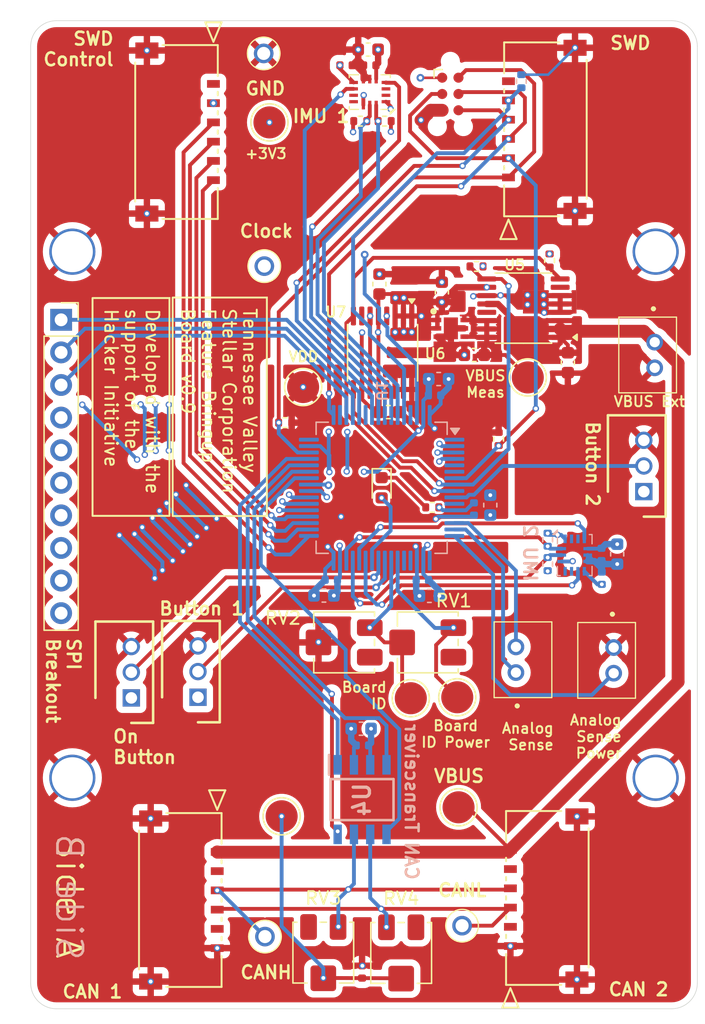
<source format=kicad_pcb>
(kicad_pcb (version 20221018) (generator pcbnew)
  (title_block (title "Feature Bringup Board") (date "2025-02-12") (rev "${PCB_VERSION}") (company "TVSC"))
  (layers (0 "F.Cu" signal) (1 "In1.Cu" signal) (2 "In2.Cu" signal) (31 "B.Cu" signal) (34 "B.Paste" user) (35 "F.Paste" user) (36 "B.SilkS" user "B.Silkscreen") (37 "F.SilkS" user "F.Silkscreen") (38 "B.Mask" user) (39 "F.Mask" user) (44 "Edge.Cuts" user))
  (property "PCB_VERSION" "0.9")
  (net 0 "")
  (net 1 "GND")
  (net 2 "Net-(C1-Pad2)")
  (net 3 "Net-(U6-EN)")
  (net 4 "+3V3")
  (net 5 "/ANALOG_SENS_P")
  (net 6 "/ANALOG_SENS_M")
  (net 7 "/ANALOG_SENS_PWR")
  (net 8 "/SPI3_INT2")
  (net 9 "/SPI3_INT1")
  (net 10 "/SPI3_CS2")
  (net 11 "/SPI3_CS1")
  (net 12 "/SPI3_SCK")
  (net 13 "/SPI3_MISO")
  (net 14 "/SPI3_MOSI")
  (net 15 "/SPI3_INT3")
  (net 16 "/SPI3_INT4")
  (net 17 "/SPI3_INT5")
  (net 18 "VBUS")
  (net 19 "/SWDIO")
  (net 20 "NRST")
  (net 21 "/SWCLK")
  (net 22 "/TRACESWO")
  (net 24 "/CAN bus/CANH")
  (net 25 "/CAN bus/CANL")
  (net 29 "BOOT0")
  (net 32 "/BOOT0_CONTROL")
  (net 33 "/SWO_CONTROL")
  (net 34 "/SWCLK_CONTROL")
  (net 35 "/NRST_CONTROL")
  (net 36 "/SWDIO_CONTROL")
  (net 37 "I2C1_SDA")
  (net 38 "I2C2_SDA")
  (net 39 "I2C3_SDA")
  (net 40 "I2C1_SCL")
  (net 41 "I2C2_SCL")
  (net 42 "I2C3_SCL")
  (net 43 "/BOARD_ID_PWR")
  (net 44 "/BOARD_ID_SENS")
  (net 48 "VDD")
  (net 52 "/ON_BUTTON")
  (net 57 "/BUTTON_1")
  (net 58 "/BUTTON_2")
  (net 59 "Net-(D1-K)")
  (net 60 "IMU2_INT2")
  (net 61 "IMU2_INT1")
  (net 62 "/MASTER_CLOCK_OUTPUT")
  (net 63 "CAN1_SILENT")
  (net 64 "CAN1_SHUTDOWN")
  (net 65 "CAN1_RX")
  (net 66 "CAN1_TX")
  (net 70 "IMU1_INT2")
  (net 71 "IMU1_INT1")
  (net 85 "/BLUE_LED")
  (footprint "footprints:Nondescript_C_0603_1608Metric" (layer "F.Cu") (at 151.45 53.425)
    (fp_text reference "C18" hide)
    (fp_text value "10u")
  )
  (footprint "footprints:Nondescript_C_0603_1608Metric" (layer "F.Cu") (at 158.15 48.975 180)
    (fp_text reference "C2" hide)
    (fp_text value "1u")
  )
  (footprint "footprints:Nondescript_C_0402_1005Metric" (layer "F.Cu") (at 148.149998 26.4)
    (fp_text reference "C13" hide)
    (fp_text value "100n")
  )
  (footprint "footprints:Molex_504050-0691" (layer "F.Cu") (at 160.97 95.039652 -90)
    (fp_text reference "J8" hide)
    (fp_text value "Molex_504050-0691")
  )
  (footprint "footprints:Nondescript_R_0402_1005Metric" (layer "F.Cu") (at 158.325 42.075 180)
    (fp_text reference "R6" hide)
    (fp_text value "7.5k")
  )
  (footprint "footprints:Nondescript_C_0603_1608Metric" (layer "F.Cu") (at 149.874998 25.175 180)
    (fp_text reference "C12" hide)
    (fp_text value "1u")
  )
  (footprint "footprints:SHDR3W50P0X200_1X3_790X450X600P" (layer "F.Cu") (at 136.6 75.65 -90)
    (fp_text reference "J11" hide)
    (fp_text value "Button_Socket" hide)
  )
  (footprint "footprints:Keystone_5002" (layer "F.Cu") (at 157.2 93.45)
    (fp_text reference "TP1" hide)
    (fp_text value "TestPoint" hide)
  )
  (footprint "footprints:Nondescript_C_0402_1005Metric" (layer "F.Cu") (at 149.4 97.055 -90)
    (fp_text reference "C1" hide)
    (fp_text value "100n")
  )
  (footprint "footprints:Nondescript_R_0402_1005Metric" (layer "F.Cu") (at 151.16 30.75 180)
    (fp_text reference "R1" hide)
    (fp_text value "7.5k")
  )
  (footprint "footprints:Nondescript_C_0603_1608Metric" (layer "F.Cu") (at 165.45 49.575 -90)
    (fp_text reference "C22" hide)
    (fp_text value "10u")
  )
  (footprint "footprints:Functional_Bringup_PCB_Shape" (layer "F.Cu") (at 123.55 22.225 -90)
    (fp_text reference "PCB1" hide)
    (fp_text value "~" hide)
    (fp_line (start 0.7 -50) (end 0.7 -2) (stroke (width 0.05)) (layer "Edge.Cuts"))
    (fp_line (start 2.7 -52) (end 75.7 -52) (stroke (width 0.05)) (layer "Edge.Cuts"))
    (fp_line (start 75.7 0) (end 2.7 0) (stroke (width 0.05)) (layer "Edge.Cuts"))
    (fp_line (start 77.7 -50) (end 77.7 -2) (stroke (width 0.05)) (layer "Edge.Cuts"))
    (fp_arc (start 0.7 -50) (mid 1.285786 -51.414214) (end 2.7 -52) (stroke (width 0.05)) (layer "Edge.Cuts"))
    (fp_arc (start 2.7 0) (mid 1.285786 -0.585786) (end 0.7 -2) (stroke (width 0.05)) (layer "Edge.Cuts"))
    (fp_arc (start 75.7 -52) (mid 77.114214 -51.414214) (end 77.7 -50) (stroke (width 0.05)) (layer "Edge.Cuts"))
    (fp_arc (start 77.7 -2) (mid 77.114214 -0.585786) (end 75.7 0) (stroke (width 0.05)) (layer "Edge.Cuts"))
  )
  (footprint "Potentiometer_SMD:Potentiometer_Bourns_3314J_Vertical" (layer "F.Cu") (at 154.525 71.375 -90)
    (fp_text reference "RV1")
    (fp_text value "R50k")
  )
  (footprint "footprints:TestPoint_Pad_D2.5mm" (layer "F.Cu") (at 153.2 75.725)
    (fp_text reference "TP9" hide)
    (fp_text value "TestPoint_Probe" hide)
  )
  (footprint "Package_SO:TSSOP-16_4.4x5mm_P0.65mm" (layer "F.Cu") (at 151 48.8 -90)
    (fp_text reference "U7")
    (fp_text value "INA260" hide)
  )
  (footprint "footprints:B2BPHKSLFSN" (layer "F.Cu") (at 172.225 47.975 90)
    (fp_text reference "J4" hide)
    (fp_text value "External Power" hide)
  )
  (footprint "footprints:SHDR3W50P0X200_1X3_790X450X600P" (layer "F.Cu") (at 131.4 75.7 -90)
    (fp_text reference "J12" hide)
    (fp_text value "Button_Socket" hide)
  )
  (footprint "LED_SMD:LED_0603_1608Metric" (layer "F.Cu") (at 150.925 59.325 -90)
    (fp_text reference "D1" hide)
    (fp_text value "Blue LED")
  )
  (footprint "footprints:Molex_504050-0691" (layer "F.Cu") (at 137.805001 27.85 90)
    (fp_text reference "J10" hide)
    (fp_text value "Molex_504050-0691")
  )
  (footprint "footprints:Keystone_5001" (layer "F.Cu") (at 141.725 25.475)
    (fp_text reference "TP5" hide)
    (fp_text value "TestPoint" hide)
  )
  (footprint "Potentiometer_SMD:Potentiometer_Bourns_3314J_Vertical" (layer "F.Cu") (at 148 71.375 -90)
    (fp_text reference "RV2")
    (fp_text value "R50k")
  )
  (footprint "footprints:TestPoint_Pad_D2.5mm" (layer "F.Cu") (at 143.125 84.925)
    (fp_text reference "TP12" hide)
    (fp_text value "TestPoint_Probe" hide)
  )
  (footprint "footprints:Nondescript_C_0603_1608Metric" (layer "F.Cu") (at 150.75 43.45 90)
    (fp_text reference "C19" hide)
    (fp_text value "10u")
  )
  (footprint "Package_SO:TSSOP-16_4.4x5mm_P0.65mm" (layer "F.Cu") (at 161.9875 45.325 180)
    (fp_text reference "U5")
    (fp_text value "INA260" hide)
  )
  (footprint "Connector_PinSocket_2.54mm:PinSocket_1x10_P2.54mm_Vertical" (layer "F.Cu") (at 125.925 46.235)
    (fp_text reference "J3" hide)
    (fp_text value "External SPI")
  )
  (footprint "Potentiometer_SMD:Potentiometer_Bourns_3314J_Vertical" (layer "F.Cu") (at 146.375 95.55)
    (fp_text reference "RV3")
    (fp_text value "R200")
  )
  (footprint "footprints:Nondescript_R_0402_1005Metric" (layer "F.Cu") (at 160.05 55.525 -90)
    (fp_text reference "R8" hide)
    (fp_text value "100k")
  )
  (footprint "footprints:B2BPHKSLFSN" (layer "F.Cu") (at 161.4 73.725 -90)
    (fp_text reference "J1" hide)
    (fp_text value "Sensor Signal" hide)
  )
  (footprint "Connector:Tag-Connect_TC2030-IDC-NL_2x03_P1.27mm_Vertical" (layer "F.Cu") (at 156.284 28.635 -90)
    (fp_text reference "J6" hide)
    (fp_text value "STLINK")
  )
  (footprint "footprints:SON65P200X200X80-7N" (layer "F.Cu") (at 156.325 46.9)
    (fp_text reference "U6")
    (fp_text value "TLV76733DRVx" hide)
  )
  (footprint "footprints:Keystone_5002" (layer "F.Cu") (at 141.775 42.05)
    (fp_text reference "TP10" hide)
    (fp_text value "TestPoint" hide)
  )
  (footprint "footprints:Keystone_5002" (layer "F.Cu") (at 141.825 94.3)
    (fp_text reference "TP2" hide)
    (fp_text value "TestPoint" hide)
  )
  (footprint "footprints:SHDR3W50P0X200_1X3_790X450X600P" (layer "F.Cu") (at 171.375 59.625 -90)
    (fp_text reference "J13" hide)
    (fp_text value "Button_Socket" hide)
  )
  (footprint "footprints:Nondescript_C_0603_1608Metric" (layer "F.Cu") (at 155.625 44.075 90)
    (fp_text reference "C3" hide)
    (fp_text value "10u")
  )
  (footprint "footprints:TestPoint_Pad_D2.5mm" (layer "F.Cu") (at 156.925 84.225)
    (fp_text reference "TP3" hide)
    (fp_text value "TestPoint_Probe" hide)
  )
  (footprint "footprints:Nondescript_R_0402_1005Metric" (layer "F.Cu") (at 149.26 30.75)
    (fp_text reference "R4" hide)
    (fp_text value "7.5k")
  )
  (footprint "footprints:TestPoint_Pad_D2.5mm" (layer "F.Cu") (at 144.8 51.475)
    (fp_text reference "TP7" hide)
    (fp_text value "TestPoint_Probe" hide)
  )
  (footprint "Package_LGA:Bosch_LGA-14_3x2.5mm_P0.5mm" (layer "F.Cu") (at 149.999998 28.4875 180)
    (fp_text reference "U3" hide)
    (fp_text value "BMI323")
  )
  (footprint "footprints:TestPoint_Pad_D2.5mm" (layer "F.Cu") (at 156.825 75.65)
    (fp_text reference "TP8" hide)
    (fp_text value "TestPoint_Probe" hide)
  )
  (footprint "footprints:Nondescript_R_0402_1005Metric" (layer "F.Cu") (at 143.4 54.25 180)
    (fp_text reference "R7" hide)
    (fp_text value "100k")
  )
  (footprint "Potentiometer_SMD:Potentiometer_Bourns_3314J_Vertical" (layer "F.Cu") (at 152.45 95.575)
    (fp_text reference "RV4")
    (fp_text value "R200")
  )
  (footprint "footprints:Nondescript_R_0402_1005Metric" (layer "F.Cu") (at 164.025 41.61 -90)
    (fp_text reference "R3" hide)
    (fp_text value "7.5k")
  )
  (footprint "footprints:Nondescript_C_0402_1005Metric" (layer "F.Cu") (at 149.999998 26.4 180)
    (fp_text reference "C11" hide)
    (fp_text value "100n")
  )
  (footprint "footprints:TestPoint_Pad_D2.5mm" (layer "F.Cu") (at 142.175 30.85)
    (fp_text reference "TP6" hide)
    (fp_text value "TestPoint_Probe" hide)
  )
  (footprint "footprints:Molex_504050-0691" (layer "F.Cu") (at 160.82 35.139652 -90)
    (fp_text reference "J9" hide)
    (fp_text value "Molex_504050-0691")
  )
  (footprint "footprints:Molex_504050-0691" (layer "F.Cu") (at 138.1 87.7 90)
    (fp_text reference "J7" hide)
    (fp_text value "Molex_504050-0691" hide)
  )
  (footprint "footprints:TestPoint_Pad_D2.5mm" (layer "F.Cu") (at 162.325 50.725)
    (fp_text reference "TP4" hide)
    (fp_text value "TestPoint_Probe" hide)
  )
  (footprint "footprints:B2BPHKSLFSN" (layer "F.Cu") (at 169.025 71.775 90)
    (fp_text reference "J2" hide)
    (fp_text value "Sensor PWR" hide)
  )
  (footprint "footprints:Nondescript_R_0402_1005Metric" (layer "F.Cu") (at 154.875 60.85)
    (fp_text reference "R9" hide)
    (fp_text value "150")
  )
  (footprint "Package_LGA:Bosch_LGA-14_3x2.5mm_P0.5mm" (layer "B.Cu") (at 165.9875 64.57 -90)
    (fp_text reference "U2" hide)
    (fp_text value "BMI323")
  )
  (footprint "footprints:Nondescript_C_0603_1608Metric" (layer "B.Cu") (at 169.3 64.495 -90)
    (fp_text reference "C5" hide)
    (fp_text value "1u")
  )
  (footprint "footprints:Nondescript_C_0402_1005Metric" (layer "B.Cu") (at 158.125 60.98 90)
    (fp_text reference "C14" hide)
    (fp_text value "100n")
  )
  (footprint "footprints:Nondescript_C_0402_1005Metric" (layer "B.Cu") (at 149.425 79.4 180)
    (fp_text reference "C20" hide)
    (fp_text value "100n")
  )
  (footprint "footprints:Nondescript_C_0402_1005Metric" (layer "B.Cu") (at 147 66.5)
    (fp_text reference "C9" hide)
    (fp_text value "100n")
  )
  (footprint "footprints:Nondescript_R_0402_1005Metric" (layer "B.Cu") (at 163.875 65.27 90)
    (fp_text reference "R5" hide)
    (fp_text value "7.5k")
  )
  (footprint "footprints:Nondescript_C_0402_1005Metric" (layer "B.Cu") (at 155.05 52.125 180)
    (fp_text reference "C7" hide)
    (fp_text value "100n")
  )
  (footprint "footprints:SOIC127P600X175-8N" (layer "B.Cu") (at 149.4 83.625 -90)
    (fp_text reference "U4")
    (fp_text value "TCAN330DR" hide)
  )
  (footprint "footprints:Nondescript_C_0603_1608Metric" (layer "B.Cu") (at 154.65 67.75)
    (fp_text reference "C17" hide)
    (fp_text value "1u")
  )
  (footprint "footprints:Nondescript_C_0603_1608Metric" (layer "B.Cu") (at 155.375 50.85 180)
    (fp_text reference "C8" hide)
    (fp_text value "1u")
  )
  (footprint "footprints:Nondescript_C_0603_1608Metric" (layer "B.Cu") (at 146.425 67.725)
    (fp_text reference "C10" hide)
    (fp_text value "1u")
  )
  (footprint "footprints:Nondescript_C_0402_1005Metric" (layer "B.Cu") (at 168.1 66.37 90)
    (fp_text reference "C6" hide)
    (fp_text value "100n")
  )
  (footprint "footprints:Nondescript_C_0402_1005Metric" (layer "B.Cu") (at 154.1 66.5)
    (fp_text reference "C16" hide)
    (fp_text value "100n")
  )
  (footprint "footprints:Nondescript_C_0603_1608Metric" (layer "B.Cu") (at 159.4 60.675 90)
    (fp_text reference "C15" hide)
    (fp_text value "1u")
  )
  (footprint "Package_QFP:LQFP-64_10x10mm_P0.5mm" (layer "B.Cu") (at 150.925 59.325 180)
    (fp_text reference "U1")
    (fp_text value "STM32L452RCT6")
  )
  (footprint "footprints:Nondescript_R_0402_1005Metric" (layer "B.Cu") (at 161.825 27.64 90)
    (fp_text reference "R10" hide)
    (fp_text value "100k")
  )
  (footprint "footprints:Nondescript_C_0603_1608Metric" (layer "B.Cu") (at 149.325 78.1 180)
    (fp_text reference "C21" hide)
    (fp_text value "1u")
  )
  (footprint "footprints:Nondescript_C_0402_1005Metric" (layer "B.Cu") (at 168.075 64.52 -90)
    (fp_text reference "C4" hide)
    (fp_text value "100n")
  )
  (footprint "footprints:Nondescript_R_0402_1005Metric" (layer "B.Cu") (at 163.875 63.37 -90)
    (fp_text reference "R2" hide)
    (fp_text value "7.5k")
  )
  (gr_text "CAN Transceiver" (at 152.675 83.8 270) (layer "B.SilkS") (effects (font (size 1 1) (thickness 0.2) bold) (justify bottom mirror)))
  (gr_text "IMU 2" (at 161.925 66.725 -90) (layer "B.SilkS") (effects (font (size 1 1) (thickness 0.2) bold) (justify left bottom mirror)))
  (gr_text "Button 2" (at 166.8 54.05 -90) (layer "F.SilkS") (effects (font (size 1 1) (thickness 0.2) bold) (justify left bottom)))
  (gr_text "VBUS" (at 154.9 82.375) (layer "F.SilkS") (effects (font (size 1 1) (thickness 0.2) bold) (justify left bottom)))
  (gr_text "CANH" (at 139.8 97.675) (layer "F.SilkS") (effects (font (size 1 1) (thickness 0.2) bold) (justify left bottom)))
  (gr_text "CAN 1" (at 125.925 99.175) (layer "F.SilkS") (effects (font (size 1 1) (thickness 0.2) bold) (justify left bottom)))
  (gr_text "SWD" (at 168.65 25.25) (layer "F.SilkS") (effects (font (size 1 1) (thickness 0.2) bold) (justify left bottom)))
  (gr_text "Board\nID" (at 151.4 76.625) (layer "F.SilkS") (effects (font (size 0.8 0.8) (thickness 0.15) bold) (justify right bottom)))
  (gr_text "Button 1" (at 133.475 69.325) (layer "F.SilkS") (effects (font (size 1 1) (thickness 0.2) bold) (justify left bottom)))
  (gr_text "VDD" (at 144.825 49.575) (layer "F.SilkS") (effects (font (size 0.8 0.8) (thickness 0.15) bold) (justify bottom)))
  (gr_text "VBUS Ext\n" (at 168.95 53.075) (layer "F.SilkS") (effects (font (size 0.8 0.8) (thickness 0.15) bold) (justify left bottom)))
  (gr_text "SPI\nBreakout" (at 124.7 70.95 270) (layer "F.SilkS") (effects (font (size 1 1) (thickness 0.2) bold) (justify left bottom)))
  (gr_text "Analog\nSense\nPower" (at 169.725 80.475) (layer "F.SilkS") (effects (font (size 0.8 0.8) (thickness 0.15) bold) (justify right bottom)))
  (gr_text "Clock" (at 139.75 39.9) (layer "F.SilkS") (effects (font (size 1 1) (thickness 0.2) bold) (justify left bottom)))
  (gr_text "CAN 2" (at 168.525 99) (layer "F.SilkS") (effects (font (size 1 1) (thickness 0.2) bold) (justify left bottom)))
  (gr_text "On\nButton" (at 129.875 80.9) (layer "F.SilkS") (effects (font (size 1 1) (thickness 0.2) bold) (justify left bottom)))
  (gr_text "Board\nID Power" (at 156.7 79.625) (layer "F.SilkS") (effects (font (size 0.8 0.8) (thickness 0.15) bold) (justify bottom)))
  (gr_text "SWD\nControl" (at 130.125 26.525) (layer "F.SilkS") (effects (font (size 1 1) (thickness 0.2) bold) (justify right bottom)))
  (gr_text "Analog\nSense" (at 164.425 79.825) (layer "F.SilkS") (effects (font (size 0.8 0.8) (thickness 0.15) bold) (justify right bottom)))
  (gr_text "+3V3" (at 141.9 33.75) (layer "F.SilkS") (effects (font (size 0.8 0.8) (thickness 0.15) bold) (justify bottom)))
  (gr_text "GND" (at 140.2 28.8) (layer "F.SilkS") (effects (font (size 1 1) (thickness 0.2) bold) (justify left bottom)))
  (gr_text "CANL" (at 155.225 91.275) (layer "F.SilkS") (effects (font (size 1 1) (thickness 0.2) bold) (justify left bottom)))
  (gr_text "IMU 1" (at 143.875 30.95) (layer "F.SilkS") (effects (font (size 1 1) (thickness 0.2) bold) (justify left bottom)))
  (gr_text "VBUS\nMeas" (at 159.025 52.35) (layer "F.SilkS") (effects (font (size 0.8 0.8) (thickness 0.15) bold) (justify bottom)))
  (gr_text_box "Developed with the support of the Hacker Initiative" (start 134.375 44.5375) (end 128.375 61.5125) (angle 270) (layer "F.SilkS") (effects (font (size 1 1)) (justify left top)) (stroke (width 0.15)))
  (gr_text_box "Tennessee Valley Stellar Corporation\nFeature Bringup Board v${PCB_VERSION}\n" (start 141.974041 44.49904) (end 134.625 61.525959) (angle 270) (layer "F.SilkS") (effects (font (size 1 1)) (justify left top)) (stroke (width 0.15)))
  (segment (start 149.519998 26.995) (end 149.519998 26.4) (width 0.3) (layer "F.Cu") (net 1))
  (segment (start 148.629998 26.4) (end 149.519998 26.4) (width 0.5) (layer "F.Cu") (net 1))
  (segment (start 159.125 44.35) (end 160.175 44.35) (width 0.3) (layer "F.Cu") (net 1))
  (segment (start 149.099998 25.93) (end 148.629998 26.4) (width 0.5) (layer "F.Cu") (net 1))
  (segment (start 160.2 44.325) (end 162.275 44.325) (width 0.3) (layer "F.Cu") (net 1))
  (segment (start 151.624998 29.8) (end 151.624998 29.6) (width 0.3) (layer "F.Cu") (net 1))
  (segment (start 156.7 48.975) (end 157.375 48.975) (width 0.5) (layer "F.Cu") (net 1))
  (segment (start 156.075 47.55) (end 156.725 46.9) (width 0.5) (layer "F.Cu") (net 1))
  (segment (start 160.175 44.35) (end 160.2 44.325) (width 0.3) (layer "F.Cu") (net 1))
  (segment (start 162.275 44.325) (end 162.3 44.3) (width 0.3) (layer "F.Cu") (net 1))
  (segment (start 158.075 44.4) (end 158.125 44.35) (width 0.3) (layer "F.Cu") (net 1))
  (segment (start 150.025 45.9375) (end 150.025 51.6625) (width 0.3) (layer "F.Cu") (net 1))
  (segment (start 149.099998 25.98) (end 149.519998 26.4) (width 0.5) (layer "F.Cu") (net 1))
  (segment (start 158.125 44.35) (end 159.125 44.35) (width 0.3) (layer "F.Cu") (net 1))
  (segment (start 149.999998 27.475) (end 149.499998 27.475) (width 0.3) (layer "F.Cu") (net 1))
  (segment (start 153.994 30.665) (end 154.754 29.905) (width 1) (layer "F.Cu") (net 1))
  (segment (start 149.099998 25.175) (end 149.099998 25.98) (width 0.5) (layer "F.Cu") (net 1))
  (segment (start 154.754 29.905) (end 155.649 29.905) (width 1) (layer "F.Cu") (net 1))
  (segment (start 149.499998 26.42) (end 149.519998 26.4) (width 0.3) (layer "F.Cu") (net 1))
  (segment (start 149.999998 27.475) (end 149.519998 26.995) (width 0.3) (layer "F.Cu") (net 1))
  (segment (start 152.349522 53.425) (end 153.797711 54.873189) (width 0.5) (layer "F.Cu") (net 1))
  (segment (start 156.725 46.9) (end 157.375 46.9) (width 0.5) (layer "F.Cu") (net 1))
  (segment (start 155.275 47.55) (end 156.7 48.975) (width 0.5) (layer "F.Cu") (net 1))
  (segment (start 149.499998 27.475) (end 149.499998 26.42) (width 0.3) (layer "F.Cu") (net 1))
  (segment (start 149.099998 25.175) (end 149.099998 25.93) (width 0.5) (layer "F.Cu") (net 1))
  (segment (start 149.524998 27.015001) (end 149.524998 27.475) (width 0.5) (layer "F.Cu") (net 1))
  (segment (start 152.225 53.425) (end 152.349522 53.425) (width 0.5) (layer "F.Cu") (net 1))
  (segment (start 148.909997 26.4) (end 149.524998 27.015001) (width 0.5) (layer "F.Cu") (net 1))
  (segment (start 148.629998 26.4) (end 148.909997 26.4) (width 0.5) (layer "F.Cu") (net 1))
  (segment (start 155.275 47.55) (end 156.075 47.55) (width 0.5) (layer "F.Cu") (net 1))
  (segment (start 151.624998 29.6) (end 151.262498 29.2375) (width 0.3) (layer "F.Cu") (net 1))
  (via (at 149.099998 25.175) (size 0.5) (drill 0.3) (layers "F.Cu" "B.Cu") (net 1))
  (via (at 134.15 60.525) (size 0.5) (drill 0.3) (layers "F.Cu" "B.Cu") (net 1))
  (via (at 134.875 59.85) (size 0.5) (drill 0.3) (layers "F.Cu" "B.Cu") (net 1))
  (via (at 132.25 62.4) (size 0.5) (drill 0.3) (layers "F.Cu" "B.Cu") (net 1))
  (via (at 135.675 59.125) (size 0.5) (drill 0.3) (layers "F.Cu" "B.Cu") (net 1))
  (via (at 160.97 95.039652) (size 0.5) (drill 0.3) (layers "F.Cu" "B.Cu") (net 1))
  (via (at 131.65 62.925) (size 0.5) (drill 0.3) (layers "F.Cu" "B.Cu") (net 1))
  (via (at 150.025 45.9375) (size 0.5) (drill 0.3) (layers "F.Cu" "B.Cu") (net 1))
  (via (at 166.01 25.034653) (size 0.5) (drill 0.3) (layers "F.Cu" "B.Cu") (net 1))
  (via (at 162.3 45.05) (size 0.5) (drill 0.3) (layers "F.Cu" "B.Cu") (net 1))
  (via (at 151.624998 29.8) (size 0.5) (drill 0.3) (layers "F.Cu" "B.Cu") (net 1))
  (via (at 153.797711 54.873189) (size 0.5) (drill 0.3) (layers "F.Cu" "B.Cu") (net 1))
  (via (at 133.05 61.675) (size 0.5) (drill 0.3) (layers "F.Cu" "B.Cu") (net 1))
  (via (at 148.25 54.975) (size 0.5) (drill 0.3) (layers "F.Cu" "B.Cu") (net 1))
  (via (at 153.994 30.665) (size 0.5) (drill 0.3) (layers "F.Cu" "B.Cu") (net 1))
  (via (at 146.85 58.1) (size 0.5) (drill 0.3) (layers "F.Cu" "B.Cu") (net 1))
  (via (at 132.91 85.095001) (size 0.5) (drill 0.3) (layers "F.Cu" "B.Cu") (net 1))
  (via (at 147.647887 63.835257) (size 0.5) (drill 0.3) (layers "F.Cu" "B.Cu") (net 1))
  (via (at 130.475 63.025) (size 0.5) (drill 0.3) (layers "F.Cu" "B.Cu") (net 1))
  (via (at 160.2 44.325) (size 0.5) (drill 0.3) (layers "F.Cu" "B.Cu") (net 1))
  (via (at 136.525 63.125) (size 0.5) (drill 0.3) (layers "F.Cu" "B.Cu") (net 1))
  (via (at 155.625 43.3) (size 0.5) (drill 0.3) (layers "F.Cu" "B.Cu") (net 1))
  (via (at 151.325 45.9375) (size 0.5) (drill 0.3) (layers "F.Cu" "B.Cu") (net 1))
  (via (at 135.425 64.275) (size 0.5) (drill 0.3) (layers "F.Cu" "B.Cu") (net 1))
  (via (at 162.3 44.3) (size 0.5) (drill 0.3) (layers "F.Cu" "B.Cu") (net 1))
  (via (at 157.375 48.975) (size 0.5) (drill 0.3) (layers "F.Cu" "B.Cu") (net 1))
  (via (at 133.6 61.125) (size 0.5) (drill 0.3) (layers "F.Cu" "B.Cu") (net 1))
  (via (at 138.1 95.2) (size 0.5) (drill 0.3) (layers "F.Cu" "B.Cu") (net 1))
  (via (at 132.91 97.804999) (size 0.5) (drill 0.3) (layers "F.Cu" "B.Cu") (net 1))
  (via (at 134.625 65) (size 0.5) (drill 0.3) (layers "F.Cu" "B.Cu") (net 1))
  (via (at 163.6 45.675) (size 0.5) (drill 0.3) (layers "F.Cu" "B.Cu") (net 1))
  (via (at 155.425 67.75) (size 0.5) (drill 0.3) (layers "F.Cu" "B.Cu") (net 1))
  (via (at 166.01 37.744651) (size 0.5) (drill 0.3) (layers "F.Cu" "B.Cu") (net 1))
  (via (at 135.975 63.725) (size 0.5) (drill 0.3) (layers "F.Cu" "B.Cu") (net 1))
  (via (at 154.6 50.85) (size 0.5) (drill 0.3) (layers "F.Cu" "B.Cu") (net 1))
  (via (at 149.55 58.075) (size 0.5) (drill 0.3) (layers "F.Cu" "B.Cu") (net 1))
  (via (at 138.05 61.725) (size 0.5) (drill 0.3) (layers "F.Cu" "B.Cu") (net 1))
  (via (at 133.225 66.375) (size 0.5) (drill 0.3) (layers "F.Cu" "B.Cu") (net 1))
  (via (at 137.25 62.45) (size 0.5) (drill 0.3) (layers "F.Cu" "B.Cu") (net 1))
  (via (at 132.615001 37.954999) (size 0.5) (drill 0.3) (layers "F.Cu" "B.Cu") (net 1))
  (via (at 150.75 42.675) (size 0.5) (drill 0.3) (layers "F.Cu" "B.Cu") (net 1))
  (via (at 148.2 58.05) (size 0.5) (drill 0.3) (layers "F.Cu" "B.Cu") (net 1))
  (via (at 163.55 44.325) (size 0.5) (drill 0.3) (layers "F.Cu" "B.Cu") (net 1))
  (via (at 133.825 65.75) (size 0.5) (drill 0.3) (layers "F.Cu" "B.Cu") (net 1))
  (via (at 147.2 67.725) (size 0.5) (drill 0.3) (layers "F.Cu" "B.Cu") (net 1))
  (via (at 146.8 54.95) (size 0.5) (drill 0.3) (layers "F.Cu" "B.Cu") (net 1))
  (via (at 159.4 59.9) (size 0.5) (drill 0.3) (layers "F.Cu" "B.Cu") (net 1))
  (via (at 149.425 96.575) (size 0.5) (drill 0.3) (layers "F.Cu" "B.Cu") (net 1))
  (via (at 146 71.35) (size 0.5) (drill 0.3) (layers "F.Cu" "B.Cu") (net 1))
  (via (at 154.495453 63.785511) (size 0.5) (drill 0.3) (layers "F.Cu" "B.Cu") (net 1))
  (via (at 166.16 97.644651) (size 0.5) (drill 0.3) (layers "F.Cu" "B.Cu") (net 1))
  (via (at 163.575 45.025) (size 0.5) (drill 0.3) (layers "F.Cu" "B.Cu") (net 1))
  (via (at 169.3 65.27) (size 0.5) (drill 0.3) (layers "F.Cu" "B.Cu") (net 1))
  (via (at 148.55 78.1) (size 0.5) (drill 0.3) (layers "F.Cu" "B.Cu") (net 1))
  (via (at 155.416604 60.856017) (size 0.5) (drill 0.3) (layers "F.Cu" "B.Cu") (net 1))
  (via (at 132.615001 25.245001) (size 0.5) (drill 0.3) (layers "F.Cu" "B.Cu") (net 1))
  (via (at 166.16 84.934653) (size 0.5) (drill 0.3) (layers "F.Cu" "B.Cu") (net 1))
  (via (at 158.075 44.4) (size 0.5) (drill 0.3) (layers "F.Cu" "B.Cu") (net 1))
  (segment (start 154.175 53.65) (end 154.175 52.52) (width 0.3) (layer "B.Cu") (net 1))
  (segment (start 155.479546 60.856017) (end 155.698529 61.075) (width 0.3) (layer "B.Cu") (net 1))
  (segment (start 135.425 64.275) (end 133.05 61.9) (width 0.3) (layer "B.Cu") (net 1))
  (segment (start 133.825 65.1) (end 131.65 62.925) (width 0.3) (layer "B.Cu") (net 1))
  (segment (start 158.078154 60.5) (end 158.125 60.5) (width 0.3) (layer "B.Cu") (net 1))
  (segment (start 153.8959 54.775) (end 153.92812 54.775) (width 0.3) (layer "B.Cu") (net 1))
  (segment (start 167.43 65) (end 168.075 65) (width 0.3) (layer "B.Cu") (net 1))
  (segment (start 147.48 67.445) (end 147.48 66.5) (width 0.5) (layer "B.Cu") (net 1))
  (segment (start 153.92812 54.775) (end 154.175 54.52812) (width 0.3) (layer "B.Cu") (net 1))
  (segment (start 148.765 79.58) (end 148.945 79.4) (width 0.3) (layer "B.Cu") (net 1))
  (segment (start 149.55 58.075) (end 150.5959 58.075) (width 0.3) (layer "B.Cu") (net 1))
  (segment (start 133.6 61.35) (end 133.6 61.125) (width 0.3) (layer "B.Cu") (net 1))
  (segment (start 154.175 66.048154) (end 154.58 66.453154) (width 0.3) (layer "B.Cu") (net 1))
  (segment (start 163.914653 27.13) (end 166.01 25.034653) (width 0.2) (layer "B.Cu") (net 1))
  (segment (start 138.05 61.725) (end 135.675 59.35) (width 0.3) (layer "B.Cu") (net 1))
  (segment (start 155.416604 60.856017) (end 155.479546 60.856017) (width 0.3) (layer "B.Cu") (net 1))
  (segment (start 154.6 52.095) (end 154.57 52.125) (width 0.5) (layer "B.Cu") (net 1))
  (segment (start 154.6 50.85) (end 154.6 52.095) (width 0.5) (layer "B.Cu") (net 1))
  (segment (start 148.25 58) (end 148.2 58.05) (width 0.3) (layer "B.Cu") (net 1))
  (segment (start 157.503154 61.075) (end 158.078154 60.5) (width 0.3) (layer "B.Cu") (net 1))
  (segment (start 133.05 61.9) (end 133.05 61.675) (width 0.3) (layer "B.Cu") (net 1))
  (segment (start 148.55 79.005) (end 148.945 79.4) (width 0.5) (layer "B.Cu") (net 1))
  (segment (start 150.5959 58.075) (end 153.797711 54.873189) (width 0.3) (layer "B.Cu") (net 1))
  (segment (start 154.175 65) (end 154.175 66.048154) (width 0.3) (layer "B.Cu") (net 1))
  (segment (start 148.55 78.1) (end 148.55 79.005) (width 0.5) (layer "B.Cu") (net 1))
  (segment (start 146.12812 56.075) (end 145.25 56.075) (width 0.3) (layer "B.Cu") (net 1))
  (segment (start 136.525 63.125) (end 134.15 60.75) (width 0.3) (layer "B.Cu") (net 1))
  (segment (start 135.675 59.35) (end 135.675 59.125) (width 0.3) (layer "B.Cu") (net 1))
  (segment (start 168.345 65.27) (end 168.075 65) (width 0.5) (layer "B.Cu") (net 1))
  (segment (start 167 64.57) (end 167.43 65) (width 0.3) (layer "B.Cu") (net 1))
  (segment (start 168.1 65.025) (end 168.075 65) (width 0.5) (layer "B.Cu") (net 1))
  (segment (start 153.797711 54.873189) (end 153.8959 54.775) (width 0.3) (layer "B.Cu") (net 1))
  (segment (start 134.875 60.075) (end 134.875 59.85) (width 0.3) (layer "B.Cu") (net 1))
  (segment (start 146.85 56.79688) (end 146.12812 56.075) (width 0.3) (layer "B.Cu") (net 1))
  (segment (start 154.175 52.52) (end 154.57 52.125) (width 0.3) (layer "B.Cu") (net 1))
  (segment (start 155.698529 61.075) (end 156.6 61.075) (width 0.3) (layer "B.Cu") (net 1))
  (segment (start 137.25 62.45) (end 134.875 60.075) (width 0.3) (layer "B.Cu") (net 1))
  (segment (start 168.1 65.89) (end 168.1 65.610001) (width 0.5) (layer "B.Cu") (net 1))
  (segment (start 133.225 66.375) (end 133.225 65.775) (width 0.3) (layer "B.Cu") (net 1))
  (segment (start 132.25 62.625) (end 132.25 62.4) (width 0.3) (layer "B.Cu") (net 1))
  (segment (start 167.534999 65.045) (end 167 65.045) (width 0.5) (layer "B.Cu") (net 1))
  (segment (start 147.675 66.305) (end 147.48 66.5) (width 0.3) (layer "B.Cu") (net 1))
  (segment (start 133.825 65.75) (end 133.825 65.1) (width 0.3) (layer "B.Cu") (net 1))
  (segment (start 154.42188 63.875) (end 154.175 64.12188) (width 0.3) (layer "B.Cu") (net 1))
  (segment (start 161.825 27.13) (end 163.914653 27.13) (width 0.2) (layer "B.Cu") (net 1))
  (segment (start 147.647887 63.835257) (end 147.675 63.86237) (width 0.3) (layer "B.Cu") (net 1))
  (segment (start 155.425 67.345) (end 154.58 66.5) (width 0.5) (layer "B.Cu") (net 1))
  (segment (start 135.975 63.725) (end 133.6 61.35) (width 0.3) (layer "B.Cu") (net 1))
  (segment (start 154.42188 63.859084) (end 154.42188 63.875) (width 0.3) (layer "B.Cu") (net 1))
  (segment (start 147.2 67.725) (end 147.48 67.445) (width 0.5) (layer "B.Cu") (net 1))
  (segment (start 134.15 60.75) (end 134.15 60.525) (width 0.3) (layer "B.Cu") (net 1))
  (segment (start 156.6 61.075) (end 157.503154 61.075) (width 0.3) (layer "B.Cu") (net 1))
  (segment (start 134.625 65) (end 132.25 62.625) (width 0.3) (layer "B.Cu") (net 1))
  (segment (start 147.675 65) (end 147.675 66.305) (width 0.3) (layer "B.Cu") (net 1))
  (segment (start 167 64.57) (end 167 65.07) (width 0.3) (layer "B.Cu") (net 1))
  (segment (start 146.85 58.1) (end 146.85 56.79688) (width 0.3) (layer "B.Cu") (net 1))
  (segment (start 169.3 65.27) (end 168.345 65.27) (width 0.5) (layer "B.Cu") (net 1))
  (segment (start 148.765 80.914) (end 148.765 79.58) (width 0.3) (layer "B.Cu") (net 1))
  (segment (start 155.425 67.75) (end 155.425 67.345) (width 0.5) (layer "B.Cu") (net 1))
  (segment (start 133.225 65.775) (end 130.475 63.025) (width 0.3) (layer "B.Cu") (net 1))
  (segment (start 146.8 58.05) (end 146.85 58.1) (width 0.3) (layer "B.Cu") (net 1))
  (segment (start 154.175 54.52812) (end 154.175 53.65) (width 0.3) (layer "B.Cu") (net 1))
  (segment (start 148.25 54.975) (end 148.25 58) (width 0.3) (layer "B.Cu") (net 1))
  (segment (start 154.58 66.453154) (end 154.58 66.5) (width 0.3) (layer "B.Cu") (net 1))
  (segment (start 146.8 54.95) (end 146.8 58.05) (width 0.3) (layer "B.Cu") (net 1))
  (segment (start 154.495453 63.785511) (end 154.42188 63.859084) (width 0.3) (layer "B.Cu") (net 1))
  (segment (start 147.675 63.86237) (end 147.675 65) (width 0.3) (layer "B.Cu") (net 1))
  (segment (start 168.1 65.89) (end 168.1 65.025) (width 0.5) (layer "B.Cu") (net 1))
  (segment (start 154.175 64.12188) (end 154.175 65) (width 0.3) (layer "B.Cu") (net 1))
  (segment (start 168.1 65.610001) (end 167.534999 65.045) (width 0.5) (layer "B.Cu") (net 1))
  (segment (start 146.375 97.525) (end 152.425 97.55) (width 0.3) (layer "F.Cu") (net 2))
  (segment (start 146.375 97.55) (end 146.375 97.525) (width 0.3) (layer "F.Cu") (net 2))
  (via (at 146.375 97.525) (size 0.5) (drill 0.3) (layers "F.Cu" "B.Cu") (net 2))
  (via (at 143.125 84.925) (size 0.5) (drill 0.3) (layers "F.Cu" "B.Cu") (net 2))
  (segment (start 143.125 93.5) (end 146.375 96.75) (width 0.3) (layer "B.Cu") (net 2))
  (segment (start 146.375 96.75) (end 146.375 97.525) (width 0.3) (layer "B.Cu") (net 2))
  (segment (start 143.125 84.925) (end 143.125 93.5) (width 0.3) (layer "B.Cu") (net 2))
  (segment (start 160.575 48.975) (end 158.925 48.975) (width 0.3) (layer "F.Cu") (net 3))
  (segment (start 162.325 50.725) (end 160.575 48.975) (width 0.3) (layer "F.Cu") (net 3))
  (segment (start 149.499998 29.5) (end 149.499998 28.750002) (width 0.3) (layer "F.Cu") (net 4))
  (segment (start 149.499998 28.750002) (end 149.525 28.725) (width 0.3) (layer "F.Cu") (net 4))
  (segment (start 150.675 51.6625) (end 150.675 47.225) (width 0.3) (layer "F.Cu") (net 4))
  (segment (start 151.7 44.225) (end 152 44.525) (width 0.3) (layer "F.Cu") (net 4))
  (segment (start 153.95 27.375) (end 155.639 27.375) (width 0.2) (layer "F.Cu") (net 4))
  (segment (start 150.675 53.425) (end 150.675 51.6625) (width 0.5) (layer "F.Cu") (net 4))
  (segment (start 149.4 47.225) (end 149.375 47.25) (width 0.3) (layer "F.Cu") (net 4))
  (segment (start 151.65 31.575) (end 151.65 30.77) (width 0.3) (layer "F.Cu") (net 4))
  (segment (start 155.639 27.375) (end 155.649 27.365) (width 0.2) (layer "F.Cu") (net 4))
  (segment (start 150.675 45.9375) (end 150.675 44.3) (width 0.3) (layer "F.Cu") (net 4))
  (segment (start 147.669998 26.67) (end 147.669998 26.4) (width 0.3) (layer "F.Cu") (net 4))
  (segment (start 150.675 47.225) (end 150.65 47.2) (width 0.3) (layer "F.Cu") (net 4))
  (segment (start 156.775 43.7) (end 159.125 43.7) (width 0.5) (layer "F.Cu") (net 4))
  (segment (start 148.7 30.8) (end 148.75 30.75) (width 0.3) (layer "F.Cu") (net 4))
  (segment (start 150.675 45.9375) (end 150.675 47.175) (width 0.3) (layer "F.Cu") (net 4))
  (segment (start 151.65 30.77) (end 151.67 30.75) (width 0.3) (layer "F.Cu") (net 4))
  (segment (start 150.499998 27.475) (end 150.499998 26.42) (width 0.3) (layer "F.Cu") (net 4))
  (segment (start 149.375 51.6625) (end 149.375 52.399999) (width 0.3) (layer "F.Cu") (net 4))
  (segment (start 150.499998 26.42) (end 150.479998 26.4) (width 0.3) (layer "F.Cu") (net 4))
  (segment (start 149.375 52.399999) (end 150.400001 53.425) (width 0.3) (layer "F.Cu") (net 4))
  (segment (start 150.649998 25.175) (end 150.649998 26.23) (width 0.5) (layer "F.Cu") (net 4))
  (segment (start 149.375 47.25) (end 149.375 51.6625) (width 0.3) (layer "F.Cu") (net 4))
  (segment (start 150.400001 53.425) (end 150.675 53.425) (width 0.3) (layer "F.Cu") (net 4))
  (segment (start 150.75 44.225) (end 151.7 44.225) (width 0.3) (layer "F.Cu") (net 4))
  (segment (start 148.737498 27.7375) (end 147.669998 26.67) (width 0.3) (layer "F.Cu") (net 4))
  (segment (start 150.649998 26.23) (end 150.479998 26.4) (width 0.5) (layer "F.Cu") (net 4))
  (segment (start 155.625 44.85) (end 156.775 43.7) (width 0.5) (layer "F.Cu") (net 4))
  (segment (start 150.675 47.175) (end 150.65 47.2) (width 0.3) (layer "F.Cu") (net 4))
  (segment (start 148.7 31.6) (end 148.7 30.8) (width 0.3) (layer "F.Cu") (net 4))
  (segment (start 150.675 44.3) (end 150.75 44.225) (width 0.3) (layer "F.Cu") (net 4))
  (via (at 168.1 66.845) (size 0.5) (drill 0.3) (layers "F.Cu" "B.Cu") (net 4))
  (via (at 134.325 56.425) (size 0.5) (drill 0.3) (layers "F.Cu" "B.Cu") (net 4))
  (via (at 152 44.525) (size 0.5) (drill 0.3) (layers "F.Cu" "B.Cu") (net 4))
  (via (at 155.625 44.85) (size 0.5) (drill 0.3) (layers "F.Cu" "B.Cu") (net 4))
  (via (at 153.95 27.375) (size 0.6) (drill 0.3) (layers "F.Cu" "B.Cu") (net 4))
  (via (at 148.7 31.6) (size 0.5) (drill 0.3) (layers "F.Cu" "B.Cu") (net 4))
  (via (at 169.3 63.72) (size 0.5) (drill 0.3) (layers "F.Cu" "B.Cu") (net 4))
  (via (at 134.325 52.85) (size 0.5) (drill 0.3) (layers "F.Cu" "B.Cu") (net 4))
  (via (at 132.125 52.825) (size 0.5) (drill 0.3) (layers "F.Cu" "B.Cu") (net 4))
  (via (at 149.4 47.225) (size 0.5) (drill 0.3) (layers "F.Cu" "B.Cu") (net 4))
  (via (at 131.85 57.125) (size 0.5) (drill 0.3) (layers "F.Cu" "B.Cu") (net 4))
  (via (at 165.825 65.045) (size 0.5) (drill 0.3) (layers "F.Cu" "B.Cu") (net 4))
  (via (at 142.175 30.85) (size 0.5) (drill 0.3) (layers "F.Cu" "B.Cu") (net 4))
  (via (at 159.125 43.7) (size 0.5) (drill 0.3) (layers "F.Cu" "B.Cu") (net 4))
  (via (at 153.275 47.2) (size 0.5) (drill 0.3) (layers "F.Cu" "B.Cu") (net 4))
  (via (at 150.65 47.2) (size 0.5) (drill 0.3) (layers "F.Cu" "B.Cu") (net 4))
  (via (at 127.575 52.85) (size 0.5) (drill 0.3) (layers "F.Cu" "B.Cu") (net 4))
  (via (at 133.275 52.825) (size 0.5) (drill 0.3) (layers "F.Cu" "B.Cu") (net 4))
  (via (at 152.65 47.175) (size 0.5) (drill 0.3) (layers "F.Cu" "B.Cu") (net 4))
  (via (at 149.525 28.725) (size 0.5) (drill 0.3) (layers "F.Cu" "B.Cu") (net 4))
  (via (at 150.649998 25.175) (size 0.5) (drill 0.3) (layers "F.Cu" "B.Cu") (net 4))
  (via (at 150.1 78.1) (size 0.5) (drill 0.3) (layers "F.Cu" "B.Cu") (net 4))
  (via (at 151.65 31.575) (size 0.5) (drill 0.3) (layers "F.Cu" "B.Cu") (net 4))
  (via (at 133.3 56.45) (size 0.5) (drill 0.3) (layers "F.Cu" "B.Cu") (net 4))
  (via (at 147.669998 26.4) (size 0.5) (drill 0.3) (layers "F.Cu" "B.Cu") (net 4))
  (via (at 154.025 45.95) (size 0.5) (drill 0.3) (layers "F.Cu" "B.Cu") (net 4))
  (via (at 163.875 62.875) (size 0.5) (drill 0.3) (layers "F.Cu" "B.Cu") (net 4))
  (via (at 163.875 65.825) (size 0.5) (drill 0.3) (layers "F.Cu" "B.Cu") (net 4))
  (via (at 158.825 42.05) (size 0.5) (drill 0.3) (layers "F.Cu" "B.Cu") (net 4))
  (via (at 132.45 56.75) (size 0.5) (drill 0.3) (layers "F.Cu" "B.Cu") (net 4))
  (via (at 164.025 41.1) (size 0.5) (drill 0.3) (layers "F.Cu" "B.Cu") (net 4))
  (via (at 164.65 62.995) (size 0.5) (drill 0.3) (layers "F.Cu" "B.Cu") (net 4))
  (via (at 151.975 47.2) (size 0.5) (drill 0.3) (layers "F.Cu" "B.Cu") (net 4))
  (via (at 152.65 44.525) (size 0.5) (drill 0.3) (layers "F.Cu" "B.Cu") (net 4))
  (segment (start 134.325 56.425) (end 134.325 52.85) (width 0.3) (layer "B.Cu") (net 4))
  (segment (start 150.035 79.53) (end 149.905 79.4) (width 0.3) (layer "B.Cu") (net 4))
  (segment (start 164.975 65.07) (end 165.8 65.07) (width 0.3) (layer "B.Cu") (net 4))
  (segment (start 168.395 63.72) (end 168.075 64.04) (width 0.5) (layer "B.Cu") (net 4))
  (segment (start 163.995 62.995) (end 163.875 62.875) (width 0.3) (layer "B.Cu") (net 4))
  (segment (start 168.045 64.07) (end 168.075 64.04) (width 0.3) (layer "B.Cu") (net 4))
  (segment (start 150.1 78.1) (end 150.1 79.205) (width 0.5) (layer "B.Cu") (net 4))
  (segment (start 166.7375 65.8325) (end 167.755 66.85) (width 0.3) (layer "B.Cu") (net 4))
  (segment (start 150.035 80.914) (end 150.035 79.53) (width 0.3) (layer "B.Cu") (net 4))
  (segment (start 164.65 62.995) (end 163.995 62.995) (width 0.3) (layer "B.Cu") (net 4))
  (segment (start 133.3 56.45) (end 133.3 52.85) (width 0.3) (layer "B.Cu") (net 4))
  (segment (start 164.65 62.995) (end 164.925 62.995) (width 0.3) (layer "B.Cu") (net 4))
  (segment (start 167 64.07) (end 168.045 64.07) (width 0.3) (layer "B.Cu") (net 4))
  (segment (start 131.85 57.125) (end 127.575 52.85) (width 0.3) (layer "B.Cu") (net 4))
  (segment (start 133.3 52.85) (end 133.275 52.825) (width 0.3) (layer "B.Cu") (net 4))
  (segment (start 167.755 66.85) (end 168.1 66.85) (width 0.3) (layer "B.Cu") (net 4))
  (segment (start 169.3 63.72) (end 168.395 63.72) (width 0.5) (layer "B.Cu") (net 4))
  (segment (start 132.45 53.15) (end 132.125 52.825) (width 0.3) (layer "B.Cu") (net 4))
  (segment (start 164.925 62.995) (end 165.2375 63.3075) (width 0.3) (layer "B.Cu") (net 4))
  (segment (start 150.1 79.205) (end 149.905 79.4) (width 0.5) (layer "B.Cu") (net 4))
  (segment (start 132.45 56.75) (end 132.45 53.15) (width 0.3) (layer "B.Cu") (net 4))
  (segment (start 165.8 65.07) (end 165.825 65.045) (width 0.3) (layer "B.Cu") (net 4))
  (segment (start 157.685226 62.075) (end 156.6 62.075) (width 0.3) (layer "B.Cu") (net 5))
  (segment (start 158.225 62.614774) (end 157.685226 62.075) (width 0.3) (layer "B.Cu") (net 5))
  (segment (start 161.4 71.725) (end 161.4 65.792894) (width 0.3) (layer "B.Cu") (net 5))
  (segment (start 158.225 62.617894) (end 158.225 62.614774) (width 0.3) (layer "B.Cu") (net 5))
  (segment (start 161.4 65.792894) (end 158.225 62.617894) (width 0.3) (layer "B.Cu") (net 5))
  (segment (start 160.4 72.725) (end 160.4 65.5) (width 0.3) (layer "B.Cu") (net 6))
  (segment (start 157.725 62.82188) (end 157.47812 62.575) (width 0.3) (layer "B.Cu") (net 6))
  (segment (start 161.4 73.725) (end 160.4 72.725) (width 0.3) (layer "B.Cu") (net 6))
  (segment (start 157.47812 62.575) (end 156.6 62.575) (width 0.3) (layer "B.Cu") (net 6))
  (segment (start 160.4 65.5) (end 157.725 62.825) (width 0.3) (layer "B.Cu") (net 6))
  (segment (start 157.725 62.825) (end 157.725 62.82188) (width 0.3) (layer "B.Cu") (net 6))
  (segment (start 159.625 74.15) (end 159.625 66.1) (width 0.3) (layer "B.Cu") (net 7))
  (segment (start 169.025 73.775) (end 167.325 75.475) (width 0.3) (layer "B.Cu") (net 7))
  (segment (start 160.95 75.475) (end 159.625 74.15) (width 0.3) (layer "B.Cu") (net 7))
  (segment (start 167.325 75.475) (end 160.95 75.475) (width 0.3) (layer "B.Cu") (net 7))
  (segment (start 159.625 66.1) (end 156.6 63.075) (width 0.3) (layer "B.Cu") (net 7))
  (via (at 142.944049 61.06673) (size 0.5) (drill 0.3) (layers "F.Cu" "B.Cu") (net 8))
  (segment (start 142.952319 61.075) (end 145.25 61.075) (width 0.3) (layer "B.Cu") (net 8))
  (segment (start 142.944049 61.06673) (end 142.952319 61.075) (width 0.3) (layer "B.Cu") (net 8))
  (via (at 143.180636 60.382106) (size 0.5) (drill 0.3) (layers "F.Cu" "B.Cu") (net 9))
  (segment (start 143.37353 60.575) (end 145.25 60.575) (width 0.3) (layer "B.Cu") (net 9))
  (segment (start 143.180636 60.382106) (end 143.37353 60.575) (width 0.3) (layer "B.Cu") (net 9))
  (via (at 143.703449 59.859293) (size 0.5) (drill 0.3) (layers "F.Cu" "B.Cu") (net 10))
  (segment (start 143.919156 60.075) (end 145.25 60.075) (width 0.3) (layer "B.Cu") (net 10))
  (segment (start 143.703449 59.859293) (end 143.919156 60.075) (width 0.3) (layer "B.Cu") (net 10))
  (via (at 146.65 60.05) (size 0.5) (drill 0.3) (layers "F.Cu" "B.Cu") (net 11))
  (segment (start 146.175 59.575) (end 145.25 59.575) (width 0.3) (layer "B.Cu") (net 11))
  (segment (start 146.65 60.05) (end 146.175 59.575) (width 0.3) (layer "B.Cu") (net 11))
  (segment (start 148.175 53.65) (end 148.175 52.3) (width 0.3) (layer "B.Cu") (net 12))
  (segment (start 129.765 47.475) (end 125.925 51.315) (width 0.3) (layer "B.Cu") (net 12))
  (segment (start 148.175 52.3) (end 143.35 47.475) (width 0.3) (layer "B.Cu") (net 12))
  (segment (start 143.35 47.475) (end 129.765 47.475) (width 0.3) (layer "B.Cu") (net 12))
  (segment (start 148.675 52.092894) (end 143.507106 46.925) (width 0.3) (layer "B.Cu") (net 13))
  (segment (start 148.675 53.65) (end 148.675 52.092894) (width 0.3) (layer "B.Cu") (net 13))
  (segment (start 143.507106 46.925) (end 127.775 46.925) (width 0.3) (layer "B.Cu") (net 13))
  (segment (start 127.775 46.925) (end 125.925 48.775) (width 0.3) (layer "B.Cu") (net 13))
  (segment (start 149.175 51.885788) (end 143.524212 46.235) (width 0.3) (layer "B.Cu") (net 14))
  (segment (start 143.524212 46.235) (end 125.925 46.235) (width 0.3) (layer "B.Cu") (net 14))
  (segment (start 149.175 53.65) (end 149.175 51.885788) (width 0.3) (layer "B.Cu") (net 14))
  (via (at 155.43587 55.896002) (size 0.5) (drill 0.3) (layers "F.Cu" "B.Cu") (net 15))
  (segment (start 156.6 56.075) (end 155.614868 56.075) (width 0.3) (layer "B.Cu") (net 15))
  (segment (start 155.614868 56.075) (end 155.43587 55.896002) (width 0.3) (layer "B.Cu") (net 15))
  (via (at 155.28619 56.579815) (size 0.5) (drill 0.3) (layers "F.Cu" "B.Cu") (net 16))
  (segment (start 155.413078 56.579815) (end 155.417893 56.575) (width 0.3) (layer "B.Cu") (net 16))
  (segment (start 155.28619 56.579815) (end 155.413078 56.579815) (width 0.3) (layer "B.Cu") (net 16))
  (segment (start 155.417893 56.575) (end 156.6 56.575) (width 0.3) (layer "B.Cu") (net 16))
  (via (at 155.425 57.275) (size 0.5) (drill 0.3) (layers "F.Cu" "B.Cu") (net 17))
  (segment (start 155.625 57.075) (end 156.6 57.075) (width 0.3) (layer "B.Cu") (net 17))
  (segment (start 155.425 57.275) (end 155.625 57.075) (width 0.3) (layer "B.Cu") (net 17))
  (segment (start 156.925 84.225) (end 157.655348 84.225) (width 0.3) (layer "F.Cu") (net 18))
  (segment (start 172.225 47.975) (end 171.375 47.125) (width 1) (layer "F.Cu") (net 18))
  (segment (start 174.05 49.625) (end 172.4 47.975) (width 1) (layer "F.Cu") (net 18))
  (segment (start 165.45 48.8) (end 165.45 48.2) (width 0.3) (layer "F.Cu") (net 18))
  (segment (start 160.97 87.539652) (end 160.97 87.53) (width 1) (layer "F.Cu") (net 18))
  (segment (start 157.655348 84.225) (end 160.97 87.539652) (width 0.3) (layer "F.Cu") (net 18))
  (segment (start 159.993088 45) (end 161.943088 46.95) (width 0.5) (layer "F.Cu") (net 18))
  (segment (start 174.05 74.45) (end 174.05 49.625) (width 1) (layer "F.Cu") (net 18))
  (segment (start 172.225 47.975) (end 172.225 47.775) (width 0.2) (layer "F.Cu") (net 18))
  (segment (start 138.125 87.725) (end 160.784652 87.725) (width 1) (layer "F.Cu") (net 18))
  (segment (start 172.4 47.975) (end 172.225 47.975) (width 1) (layer "F.Cu") (net 18))
  (segment (start 165.45 48.2) (end 164.85 47.6) (width 0.3) (layer "F.Cu") (net 18))
  (segment (start 159.125 45) (end 159.993088 45) (width 0.5) (layer "F.Cu") (net 18))
  (segment (start 138.1 87.7) (end 138.125 87.725) (width 1) (layer "F.Cu") (net 18))
  (segment (start 161.943088 46.95) (end 164.85 46.95) (width 0.5) (layer "F.Cu") (net 18))
  (segment (start 165.025 47.125) (end 164.85 46.95) (width 1) (layer "F.Cu") (net 18))
  (segment (start 160.784652 87.725) (end 160.97 87.539652) (width 1) (layer "F.Cu") (net 18))
  (segment (start 160.97 87.53) (end 174.05 74.45) (width 1) (layer "F.Cu") (net 18))
  (segment (start 171.375 47.125) (end 165.025 47.125) (width 1) (layer "F.Cu") (net 18))
  (segment (start 142.9 45.625) (end 142.9 54.25) (width 0.3) (layer "F.Cu") (net 19))
  (segment (start 162.825 33.134652) (end 160.82 35.139652) (width 0.3) (layer "F.Cu") (net 19))
  (segment (start 160.82 35.139652) (end 153.385348 35.139652) (width 0.3) (layer "F.Cu") (net 19))
  (segment (start 162.825 27.825) (end 162.825 33.134652) (width 0.3) (layer "F.Cu") (net 19))
  (segment (start 156.919 27.365) (end 157.509 26.775) (width 0.3) (layer "F.Cu") (net 19))
  (segment (start 153.385348 35.139652) (end 142.9 45.625) (width 0.3) (layer "F.Cu") (net 19))
  (segment (start 157.509 26.775) (end 161.775 26.775) (width 0.3) (layer "F.Cu") (net 19))
  (segment (start 161.775 26.775) (end 162.825 27.825) (width 0.3) (layer "F.Cu") (net 19))
  (via (at 142.9 54.25) (size 0.5) (drill 0.3) (layers "F.Cu" "B.Cu") (net 19))
  (segment (start 144.37188 56.575) (end 145.25 56.575) (width 0.3) (layer "B.Cu") (net 19))
  (segment (start 142.9 55.10312) (end 144.37188 56.575) (width 0.3) (layer "B.Cu") (net 19))
  (segment (start 142.9 54.25) (end 142.9 55.10312) (width 0.3) (layer "B.Cu") (net 19))
  (segment (start 162.95 53.175) (end 160.075 56.05) (width 0.3) (layer "F.Cu") (net 20))
  (segment (start 154.821918 28.635) (end 153.143999 30.312919) (width 0.3) (layer "F.Cu") (net 20))
  (segment (start 155.649 28.635) (end 154.821918 28.635) (width 0.3) (layer "F.Cu") (net 20))
  (segment (start 162.95 53.15) (end 162.95 53.175) (width 0.3) (layer "F.Cu") (net 20))
  (segment (start 160.075 56.05) (end 160.05 56.05) (width 0.3) (layer "F.Cu") (net 20))
  (segment (start 153.143999 30.312919) (end 153.143999 31.543999) (width 0.3) (layer "F.Cu") (net 20))
  (segment (start 155.239652 33.639652) (end 160.82 33.639652) (width 0.3) (layer "F.Cu") (net 20))
  (segment (start 153.143999 31.543999) (end 155.239652 33.639652) (width 0.3) (layer "F.Cu") (net 20))
  (via (at 162.95 53.15) (size 0.5) (drill 0.3) (layers "F.Cu" "B.Cu") (net 20))
  (via (at 160.82 33.639652) (size 0.5) (drill 0.3) (layers "F.Cu" "B.Cu") (net 20))
  (via (at 160.05 56.05) (size 0.5) (drill 0.3) (layers "F.Cu" "B.Cu") (net 20))
  (segment (start 162.95 35.769652) (end 160.82 33.639652) (width 0.3) (layer "B.Cu") (net 20))
  (segment (start 157.525 58.575) (end 156.6 58.575) (width 0.3) (layer "B.Cu") (net 20))
  (segment (start 160.05 56.05) (end 157.525 58.575) (width 0.3) (layer "B.Cu") (net 20))
  (segment (start 162.95 53.15) (end 162.95 35.769652) (width 0.3) (layer "B.Cu") (net 20))
  (segment (start 162.1 28.919651) (end 162.1 30.859651) (width 0.3) (layer "F.Cu") (net 21))
  (segment (start 157.125 35.825) (end 153.675 35.825) (width 0.3) (layer "F.Cu") (net 21))
  (segment (start 161.67 28.489651) (end 162.1 28.919651) (width 0.3) (layer "F.Cu") (net 21))
  (segment (start 153.675 35.825) (end 146.825 42.675) (width 0.3) (layer "F.Cu") (net 21))
  (segment (start 156.919 28.635) (end 157.064349 28.489651) (width 0.3) (layer "F.Cu") (net 21))
  (segment (start 162.1 30.859651) (end 160.82 32.139653) (width 0.3) (layer "F.Cu") (net 21))
  (segment (start 160.82 32.02) (end 160.82 32.139653) (width 0.3) (layer "F.Cu") (net 21))
  (segment (start 146.825 42.675) (end 146.825 51.975) (width 0.3) (layer "F.Cu") (net 21))
  (segment (start 157.064349 28.489651) (end 161.67 28.489651) (width 0.3) (layer "F.Cu") (net 21))
  (via (at 160.82 32.139653) (size 0.5) (drill 0.3) (layers "F.Cu" "B.Cu") (net 21))
  (via (at 146.825 51.975) (size 0.5) (drill 0.3) (layers "F.Cu" "B.Cu") (net 21))
  (via (at 157.125 35.825) (size 0.5) (drill 0.3) (layers "F.Cu" "B.Cu") (net 21))
  (segment (start 160.810347 32.139653) (end 160.82 32.139653) (width 0.3) (layer "B.Cu") (net 21))
  (segment (start 146.825 53.3) (end 147.175 53.65) (width 0.3) (layer "B.Cu") (net 21))
  (segment (start 157.125 35.825) (end 160.810347 32.139653) (width 0.3) (layer "B.Cu") (net 21))
  (segment (start 146.825 51.975) (end 146.825 53.3) (width 0.3) (layer "B.Cu") (net 21))
  (segment (start 153.460348 34.239652) (end 157.235348 34.239652) (width 0.3) (layer "F.Cu") (net 22))
  (segment (start 144.3 43.35) (end 144.35 43.35) (width 0.3) (layer "F.Cu") (net 22))
  (segment (start 160.085349 29.905) (end 156.919 29.905) (width 0.3) (layer "F.Cu") (net 22))
  (segment (start 144.35 43.35) (end 153.460348 34.239652) (width 0.3) (layer "F.Cu") (net 22))
  (segment (start 160.82 30.639651) (end 160.085349 29.905) (width 0.3) (layer "F.Cu") (net 22))
  (via (at 157.235348 34.239652) (size 0.5) (drill 0.3) (layers "F.Cu" "B.Cu") (net 22))
  (via (at 160.82 30.639651) (size 0.5) (drill 0.3) (layers "F.Cu" "B.Cu") (net 22))
  (via (at 144.3 43.35) (size 0.5) (drill 0.3) (layers "F.Cu" "B.Cu") (net 22))
  (segment (start 157.235348 34.239652) (end 160.82 30.655) (width 0.3) (layer "B.Cu") (net 22))
  (segment (start 150.175 52.178682) (end 150.175 53.65) (width 0.3) (layer "B.Cu") (net 22))
  (segment (start 160.82 30.655) (end 160.82 30.639651) (width 0.3) (layer "B.Cu") (net 22))
  (segment (start 144.3 43.35) (end 144.3 46.303682) (width 0.3) (layer "B.Cu") (net 22))
  (segment (start 144.3 46.303682) (end 150.175 52.178682) (width 0.3) (layer "B.Cu") (net 22))
  (segment (start 138.160348 90.639651) (end 138.1 90.699999) (width 0.3) (layer "F.Cu") (net 24))
  (segment (start 160.97 90.539651) (end 160.87 90.639651) (width 0.3) (layer "F.Cu") (net 24))
  (segment (start 148.325 90.625) (end 148.310349 90.639651) (width 0.3) (layer "F.Cu") (net 24))
  (segment (start 148.310349 90.639651) (end 138.160348 90.639651) (width 0.3) (layer "F.Cu") (net 24))
  (segment (start 160.87 90.639651) (end 148.339651 90.639651) (width 0.3) (layer "F.Cu") (net 24))
  (segment (start 148.339651 90.639651) (end 148.325 90.625) (width 0.3) (layer "F.Cu") (net 24))
  (via (at 147.55 93.525) (size 0.5) (drill 0.3) (layers "F.Cu" "B.Cu") (net 24))
  (via (at 138.1 90.699999) (size 0.5) (drill 0.3) (layers "F.Cu" "B.Cu") (net 24))
  (via (at 148.325 90.625) (size 0.5) (drill 0.3) (layers "F.Cu" "B.Cu") (net 24))
  (segment (start 148.765 86.1) (end 148.765 90.185) (width 0.3) (layer "B.Cu") (net 24))
  (segment (start 138.224999 90.699999) (end 138.1 90.699999) (width 0.3) (layer "B.Cu") (net 24))
  (segment (start 147.55 93.525) (end 147.55 91.4) (width 0.3) (layer "B.Cu") (net 24))
  (segment (start 141.825 94.3) (end 138.224999 90.699999) (width 0.3) (layer "B.Cu") (net 24))
  (segment (start 147.55 91.4) (end 148.325 90.625) (width 0.3) (layer "B.Cu") (net 24))
  (segment (start 148.765 90.185) (end 148.325 90.625) (width 0.3) (layer "B.Cu") (net 24))
  (segment (start 157.2 93.45) (end 159.559653 93.45) (width 0.3) (layer "F.Cu") (net 25))
  (segment (start 150.889653 92.139653) (end 138.160348 92.139653) (width 0.3) (layer "F.Cu") (net 25))
  (segment (start 159.559653 93.45) (end 160.97 92.039653) (width 0.3) (layer "F.Cu") (net 25))
  (segment (start 138.160348 92.139653) (end 138.1 92.200001) (width 0.3) (layer "F.Cu") (net 25))
  (segment (start 150.889653 92.139653) (end 160.87 92.139653) (width 0.3) (layer "F.Cu") (net 25))
  (segment (start 160.87 92.139653) (end 160.97 92.039653) (width 0.3) (layer "F.Cu") (net 25))
  (via (at 150.889653 92.139653) (size 0.5) (drill 0.3) (layers "F.Cu" "B.Cu") (net 25))
  (via (at 151.3 93.55) (size 0.5) (drill 0.3) (layers "F.Cu" "B.Cu") (net 25))
  (segment (start 151.3 93.55) (end 151.3 92.55) (width 0.3) (layer "B.Cu") (net 25))
  (segment (start 150.035 86.1) (end 150.035 91.285) (width 0.3) (layer "B.Cu") (net 25))
  (segment (start 151.3 92.55) (end 150.889653 92.139653) (width 0.3) (layer "B.Cu") (net 25))
  (segment (start 150.035 91.285) (end 150.889653 92.139653) (width 0.3) (layer "B.Cu") (net 25))
  (via (at 160.82 29.139651) (size 0.6) (drill 0.3) (layers "F.Cu" "B.Cu") (net 29))
  (segment (start 152.675 50.073529) (end 150 47.398529) (width 0.3) (layer "B.Cu") (net 29))
  (segment (start 148.7 39.8) (end 155.25 33.25) (width 0.3) (layer "B.Cu") (net 29))
  (segment (start 155.25 33.25) (end 157.35 33.25) (width 0.3) (layer "B.Cu") (net 29))
  (segment (start 157.35 33.25) (end 160.82 29.78) (width 0.3) (layer "B.Cu") (net 29))
  (segment (start 160.82 29.78) (end 160.82 29.139651) (width 0.3) (layer "B.Cu") (net 29))
  (segment (start 152.675 53.65) (end 152.675 50.073529) (width 0.3) (layer "B.Cu") (net 29))
  (segment (start 160.835349 29.139651) (end 161.825 28.15) (width 0.3) (layer "B.Cu") (net 29))
  (segment (start 150 46.825) (end 148.7 45.525) (width 0.3) (layer "B.Cu") (net 29))
  (segment (start 160.82 29.139651) (end 160.835349 29.139651) (width 0.3) (layer "B.Cu") (net 29))
  (segment (start 150 47.398529) (end 150 46.825) (width 0.3) (layer "B.Cu") (net 29))
  (segment (start 148.7 45.525) (end 148.7 39.8) (width 0.3) (layer "B.Cu") (net 29))
  (via (at 137.805001 29.35) (size 0.6) (drill 0.3) (layers "F.Cu" "B.Cu") (net 32))
  (via (at 149.60288 41.15288) (size 0.6) (drill 0.3) (layers "F.Cu" "B.Cu") (net 32))
  (segment (start 149.6 44.2125) (end 150.725 45.3375) (width 0.3) (layer "B.Cu") (net 32))
  (segment (start 150.725 46.186029) (end 151.375 46.836029) (width 0.3) (layer "B.Cu") (net 32))
  (segment (start 151.375 47.448529) (end 153.675 49.748529) (width 0.3) (layer "B.Cu") (net 32))
  (segment (start 151.375 46.836029) (end 151.375 47.448529) (width 0.3) (layer "B.Cu") (net 32))
  (segment (start 149.6 41.15576) (end 149.6 44.2125) (width 0.3) (layer "B.Cu") (net 32))
  (segment (start 149.60288 41.15288) (end 149.6 41.15576) (width 0.3) (layer "B.Cu") (net 32))
  (segment (start 150.725 45.3375) (end 150.725 46.186029) (width 0.3) (layer "B.Cu") (net 32))
  (segment (start 153.675 49.748529) (end 153.675 53.65) (width 0.3) (layer "B.Cu") (net 32))
  (segment (start 142.1 63.975) (end 142.05 63.975) (width 0.3) (layer "F.Cu") (net 33))
  (segment (start 142.05 63.975) (end 135.475 57.4) (width 0.3) (layer "F.Cu") (net 33))
  (segment (start 135.475 57.4) (end 135.475 33.18) (width 0.3) (layer "F.Cu") (net 33))
  (segment (start 135.475 33.18) (end 137.805001 30.849999) (width 0.3) (layer "F.Cu") (net 33))
  (via (at 142.1 63.975) (size 0.5) (drill 0.3) (layers "F.Cu" "B.Cu") (net 33))
  (segment (start 142.1 63.975) (end 142.650735 64.525735) (width 0.3) (layer "B.Cu") (net 33))
  (segment (start 142.650735 64.525735) (end 143.799265 64.525735) (width 0.3) (layer "B.Cu") (net 33))
  (segment (start 143.799265 64.525735) (end 145.25 63.075) (width 0.3) (layer "B.Cu") (net 33))
  (segment (start 142.1 62.95) (end 135.975 56.825) (width 0.3) (layer "F.Cu") (net 34))
  (segment (start 135.975 56.825) (end 135.975 34.180002) (width 0.3) (layer "F.Cu") (net 34))
  (segment (start 135.975 34.180002) (end 137.805001 32.350001) (width 0.3) (layer "F.Cu") (net 34))
  (via (at 142.1 62.95) (size 0.5) (drill 0.3) (layers "F.Cu" "B.Cu") (net 34))
  (segment (start 142.6 63.45) (end 143.49688 63.45) (width 0.3) (layer "B.Cu") (net 34))
  (segment (start 143.49688 63.45) (end 144.37188 62.575) (width 0.3) (layer "B.Cu") (net 34))
  (segment (start 142.1 62.95) (end 142.6 63.45) (width 0.3) (layer "B.Cu") (net 34))
  (segment (start 144.37188 62.575) (end 145.25 62.575) (width 0.3) (layer "B.Cu") (net 34))
  (segment (start 142.236765 62.236765) (end 136.475 56.475) (width 0.3) (layer "F.Cu") (net 35))
  (segment (start 136.475 35.180002) (end 137.805001 33.850001) (width 0.3) (layer "F.Cu") (net 35))
  (segment (start 142.236765 62.238235) (end 142.236765 62.236765) (width 0.3) (layer "F.Cu") (net 35))
  (segment (start 136.475 56.475) (end 136.475 35.180002) (width 0.3) (layer "F.Cu") (net 35))
  (via (at 142.236765 62.238235) (size 0.5) (drill 0.3) (layers "F.Cu" "B.Cu") (net 35))
  (segment (start 143.40461 62.68255) (end 144.01216 62.075) (width 0.3) (layer "B.Cu") (net 35))
  (segment (start 142.68108 62.68255) (end 143.40461 62.68255) (width 0.3) (layer "B.Cu") (net 35))
  (segment (start 142.236765 62.238235) (end 142.68108 62.68255) (width 0.3) (layer "B.Cu") (net 35))
  (segment (start 144.01216 62.075) (end 145.25 62.075) (width 0.3) (layer "B.Cu") (net 35))
  (segment (start 136.975 36.180001) (end 137.805001 35.35) (width 0.3) (layer "F.Cu") (net 36))
  (segment (start 142.321969 61.47344) (end 136.975 56.126471) (width 0.3) (layer "F.Cu") (net 36))
  (segment (start 136.975 56.126471) (end 136.975 36.180001) (width 0.3) (layer "F.Cu") (net 36))
  (via (at 142.321969 61.47344) (size 0.5) (drill 0.3) (layers "F.Cu" "B.Cu") (net 36))
  (segment (start 142.321969 61.47344) (end 142.623529 61.775) (width 0.3) (layer "B.Cu") (net 36))
  (segment (start 143.573529 61.575) (end 145.25 61.575) (width 0.3) (layer "B.Cu") (net 36))
  (segment (start 142.623529 61.775) (end 143.373529 61.775) (width 0.3) (layer "B.Cu") (net 36))
  (segment (start 143.373529 61.775) (end 143.573529 61.575) (width 0.3) (layer "B.Cu") (net 36))
  (segment (start 150.499998 30.599998) (end 150.499998 29.5) (width 0.3) (layer "F.Cu") (net 37))
  (segment (start 150.65 30.75) (end 150.499998 30.599998) (width 0.3) (layer "F.Cu") (net 37))
  (via (at 150.65 30.75) (size 0.5) (drill 0.3) (layers "F.Cu" "B.Cu") (net 37))
  (segment (start 146.425 40.207106) (end 146.425 45.600258) (width 0.3) (layer "B.Cu") (net 37))
  (segment (start 150.65 30.75) (end 150.65 35.982106) (width 0.3) (layer "B.Cu") (net 37))
  (segment (start 152.175 51.350258) (end 152.175 53.65) (width 0.3) (layer "B.Cu") (net 37))
  (segment (start 146.425 45.600258) (end 152.175 51.350258) (width 0.3) (layer "B.Cu") (net 37))
  (segment (start 150.65 35.982106) (end 146.425 40.207106) (width 0.3) (layer "B.Cu") (net 37))
  (segment (start 150.958381 63.180874) (end 150.963018 63.185511) (width 0.3) (layer "F.Cu") (net 38))
  (segment (start 150.963018 63.185511) (end 163.180511 63.185511) (width 0.3) (layer "F.Cu") (net 38))
  (segment (start 163.180511 63.185511) (end 163.875 63.88) (width 0.3) (layer "F.Cu") (net 38))
  (segment (start 149.205874 63.180874) (end 150.958381 63.180874) (width 0.3) (layer "F.Cu") (net 38))
  (via (at 149.205874 63.180874) (size 0.5) (drill 0.3) (layers "F.Cu" "B.Cu") (net 38))
  (via (at 163.875 63.88) (size 0.5) (drill 0.3) (layers "F.Cu" "B.Cu") (net 38))
  (segment (start 148.175 64.12188) (end 148.175 65) (width 0.3) (layer "B.Cu") (net 38))
  (segment (start 149.205874 63.180874) (end 149.116006 63.180874) (width 0.3) (layer "B.Cu") (net 38))
  (segment (start 164.975 64.07) (end 164.065 64.07) (width 0.3) (layer "B.Cu") (net 38))
  (segment (start 164.065 64.07) (end 163.875 63.88) (width 0.3) (layer "B.Cu") (net 38))
  (segment (start 149.116006 63.180874) (end 148.175 64.12188) (width 0.3) (layer "B.Cu") (net 38))
  (segment (start 152.355735 57.755735) (end 148.175 53.575) (width 0.3) (layer "F.Cu") (net 39))
  (segment (start 153.230907 57.755735) (end 152.355735 57.755735) (width 0.3) (layer "F.Cu") (net 39))
  (segment (start 150.27 41.405) (end 148.725 42.95) (width 0.3) (layer "F.Cu") (net 39))
  (segment (start 155.050172 59.575) (end 153.230907 57.755735) (width 0.3) (layer "F.Cu") (net 39))
  (segment (start 148.725 42.95) (end 148.725 45.9375) (width 0.3) (layer "F.Cu") (net 39))
  (segment (start 163.205 41.405) (end 150.27 41.405) (width 0.3) (layer "F.Cu") (net 39))
  (segment (start 148.175 53.575) (end 148.175 46.4875) (width 0.3) (layer "F.Cu") (net 39))
  (segment (start 148.175 46.4875) (end 148.725 45.9375) (width 0.3) (layer "F.Cu") (net 39))
  (segment (start 164.85 43.05) (end 163.205 41.405) (width 0.3) (layer "F.Cu") (net 39))
  (via (at 155.050172 59.575) (size 0.5) (drill 0.3) (layers "F.Cu" "B.Cu") (net 39))
  (segment (start 155.050172 59.575) (end 156.6 59.575) (width 0.3) (layer "B.Cu") (net 39))
  (segment (start 149.999998 30.365) (end 149.799998 30.565) (width 0.3) (layer "F.Cu") (net 40))
  (segment (start 149.999998 29.5) (end 149.999998 30.365) (width 0.3) (layer "F.Cu") (net 40))
  (via (at 149.77 30.75) (size 0.5) (drill 0.3) (layers "F.Cu" "B.Cu") (net 40))
  (segment (start 145.925 45.807364) (end 151.675 51.557364) (width 0.3) (layer "B.Cu") (net 40))
  (segment (start 149.77 30.75) (end 149.234264 31.285736) (width 0.3) (layer "B.Cu") (net 40))
  (segment (start 151.675 51.557364) (end 151.675 53.65) (width 0.3) (layer "B.Cu") (net 40))
  (segment (start 149.234264 31.285736) (end 149.3 31.351471) (width 0.3) (layer "B.Cu") (net 40))
  (segment (start 145.925 40) (end 145.925 45.807364) (width 0.3) (layer "B.Cu") (net 40))
  (segment (start 149.3 31.351471) (end 149.3 36.625) (width 0.3) (layer "B.Cu") (net 40))
  (segment (start 149.3 36.625) (end 145.925 40) (width 0.3) (layer "B.Cu") (net 40))
  (segment (start 150.175 68.325) (end 152.175 66.325) (width 0.3) (layer "F.Cu") (net 41))
  (segment (start 149.25 68.325) (end 150.175 68.325) (width 0.3) (layer "F.Cu") (net 41))
  (segment (start 152.175 66.325) (end 162.31 66.325) (width 0.3) (layer "F.Cu") (net 41))
  (segment (start 162.31 66.325) (end 163.875 64.76) (width 0.3) (layer "F.Cu") (net 41))
  (via (at 149.25 68.325) (size 0.5) (drill 0.3) (layers "F.Cu" "B.Cu") (net 41))
  (via (at 163.875 64.76) (size 0.5) (drill 0.3) (layers "F.Cu" "B.Cu") (net 41))
  (segment (start 148.675 67.775) (end 148.675 65) (width 0.3) (layer "B.Cu") (net 41))
  (segment (start 149.25 68.325) (end 149.225 68.325) (width 0.3) (layer "B.Cu") (net 41))
  (segment (start 164.975 64.57) (end 164.065 64.57) (width 0.3) (layer "B.Cu") (net 41))
  (segment (start 149.225 68.325) (end 148.675 67.775) (width 0.3) (layer "B.Cu") (net 41))
  (segment (start 164.065 64.57) (end 163.875 64.76) (width 0.3) (layer "B.Cu") (net 41))
  (segment (start 160.271831 43.05) (end 159.125 43.05) (width 0.3) (layer "F.Cu") (net 42))
  (segment (start 153.688008 57.255735) (end 152.562841 57.255735) (width 0.3) (layer "F.Cu") (net 42))
  (segment (start 159.125 43.05) (end 158.79 43.05) (width 0.3) (layer "F.Cu") (net 42))
  (segment (start 158.79 43.05) (end 157.815 42.075) (width 0.3) (layer "F.Cu") (net 42))
  (segment (start 155.402265 58.969992) (end 153.688008 57.255735) (width 0.3) (layer "F.Cu") (net 42))
  (segment (start 148.725 53.417894) (end 148.725 51.6625) (width 0.3) (layer "F.Cu") (net 42))
  (segment (start 160.825 43.603169) (end 160.271831 43.05) (width 0.3) (layer "F.Cu") (net 42))
  (segment (start 152.562841 57.255735) (end 148.725 53.417894) (width 0.3) (layer "F.Cu") (net 42))
  (via (at 155.402265 58.969992) (size 0.5) (drill 0.3) (layers "F.Cu" "B.Cu") (net 42))
  (via (at 160.825 43.603169) (size 0.5) (drill 0.3) (layers "F.Cu" "B.Cu") (net 42))
  (segment (start 160.825 43.603169) (end 160.825 56.3) (width 0.3) (layer "B.Cu") (net 42))
  (segment (start 158.05 59.075) (end 156.6 59.075) (width 0.3) (layer "B.Cu") (net 42))
  (segment (start 160.825 56.3) (end 158.05 59.075) (width 0.3) (layer "B.Cu") (net 42))
  (segment (start 155.507273 59.075) (end 156.6 59.075) (width 0.3) (layer "B.Cu") (net 42))
  (segment (start 155.402265 58.969992) (end 155.507273 59.075) (width 0.3) (layer "B.Cu") (net 42))
  (segment (start 155.175 71.575) (end 155.175 74) (width 0.3) (layer "F.Cu") (net 43))
  (segment (start 156.525 70.225) (end 155.175 71.575) (width 0.3) (layer "F.Cu") (net 43))
  (segment (start 155.175 74) (end 156.825 75.65) (width 0.3) (layer "F.Cu") (net 43))
  (via (at 156.525 70.225) (size 0.5) (drill 0.3) (layers "F.Cu" "B.Cu") (net 43))
  (segment (start 156.5 70.25) (end 156.525 70.225) (width 0.3) (layer "B.Cu") (net 43))
  (segment (start 155.080592 70.25) (end 156.5 70.25) (width 0.3) (layer "B.Cu") (net 43))
  (segment (start 152.175 67.344408) (end 155.080592 70.25) (width 0.3) (layer "B.Cu") (net 43))
  (segment (start 152.175 65) (end 152.175 67.344408) (width 0.3) (layer "B.Cu") (net 43))
  (segment (start 153.2 75.725) (end 152.525 75.05) (width 0.3) (layer "F.Cu") (net 44))
  (segment (start 152.525 75.05) (end 152.525 71.375) (width 0.3) (layer "F.Cu") (net 44))
  (segment (start 152.525 71.375) (end 151.15 71.375) (width 0.3) (layer "F.Cu") (net 44))
  (segment (start 151.15 71.375) (end 150 70.225) (width 0.3) (layer "F.Cu") (net 44))
  (via (at 150 70.225) (size 0.5) (drill 0.3) (layers "F.Cu" "B.Cu") (net 44))
  (segment (start 151.675 65) (end 151.675 68.55) (width 0.3) (layer "B.Cu") (net 44))
  (segment (start 151.675 68.55) (end 150 70.225) (width 0.3) (layer "B.Cu") (net 44))
  (via (at 147.76 61.575) (size 0.5) (drill 0.3) (layers "F.Cu" "B.Cu") (net 48))
  (via (at 159.4 61.45) (size 0.5) (drill 0.3) (layers "F.Cu" "B.Cu") (net 48))
  (via (at 146.725 63.925) (size 0.5) (drill 0.3) (layers "F.Cu" "B.Cu") (net 48))
  (via (at 153.582726 63.893457) (size 0.5) (drill 0.3) (layers "F.Cu" "B.Cu") (net 48))
  (via (at 144.8 51.475) (size 0.5) (drill 0.3) (layers "F.Cu" "B.Cu") (net 48))
  (via (at 155.05 54.7) (size 0.5) (drill 0.3) (layers "F.Cu" "B.Cu") (net 48))
  (via (at 145.65 67.725) (size 0.5) (drill 0.3) (layers "F.Cu" "B.Cu") (net 48))
  (via (at 153.875 67.75) (size 0.5) (drill 0.3) (layers "F.Cu" "B.Cu") (net 48))
  (via (at 155.15 61.75) (size 0.5) (drill 0.3) (layers "F.Cu" "B.Cu") (net 48))
  (via (at 156.15 50.85) (size 0.5) (drill 0.3) (layers "F.Cu" "B.Cu") (net 48))
  (segment (start 153.875 67.75) (end 153.62 67.495) (width 0.5) (layer "B.Cu") (net 48))
  (segment (start 153.582726 63.893457) (end 153.675 63.985731) (width 0.3) (layer "B.Cu") (net 48))
  (segment (start 155.05 54.7) (end 154.675 54.325) (width 0.3) (layer "B.Cu") (net 48))
  (segment (start 155.53 52.795) (end 155.53 52.125) (width 0.3) (layer "B.Cu") (net 48))
  (segment (start 145.65 67.725) (end 145.65 67.37) (width 0.5) (layer "B.Cu") (net 48))
  (segment (start 154.675 54.325) (end 154.675 53.65) (width 0.3) (layer "B.Cu") (net 48))
  (segment (start 153.675 66.445) (end 153.62 66.5) (width 0.3) (layer "B.Cu") (net 48))
  (segment (start 147.175 64.375) (end 147.175 65) (width 0.3) (layer "B.Cu") (net 48))
  (segment (start 155.15 61.75) (end 155.325 61.575) (width 0.3) (layer "B.Cu") (net 48))
  (segment (start 153.62 67.495) (end 153.62 66.5) (width 0.5) (layer "B.Cu") (net 48))
  (segment (start 158.135 61.45) (end 158.125 61.46) (width 0.5) (layer "B.Cu") (net 48))
  (segment (start 153.675 65) (end 153.675 66.445) (width 0.3) (layer "B.Cu") (net 48))
  (segment (start 155.325 61.575) (end 158.01 61.575) (width 0.3) (layer "B.Cu") (net 48))
  (segment (start 146.725 63.925) (end 147.175 64.375) (width 0.3) (layer "B.Cu") (net 48))
  (segment (start 158.01 61.575) (end 158.125 61.46) (width 0.3) (layer "B.Cu") (net 48))
  (segment (start 153.675 63.985731) (end 153.675 65) (width 0.3) (layer "B.Cu") (net 48))
  (segment (start 146.52 65.655) (end 146.52 66.5) (width 0.3) (layer "B.Cu") (net 48))
  (segment (start 154.675 53.65) (end 155.53 52.795) (width 0.3) (layer "B.Cu") (net 48))
  (segment (start 156.15 51.505) (end 155.53 52.125) (width 0.5) (layer "B.Cu") (net 48))
  (segment (start 156.15 50.85) (end 156.15 51.505) (width 0.5) (layer "B.Cu") (net 48))
  (segment (start 145.65 67.37) (end 146.52 66.5) (width 0.5) (layer "B.Cu") (net 48))
  (segment (start 147.175 65) (end 146.52 65.655) (width 0.3) (layer "B.Cu") (net 48))
  (segment (start 138.792283 66.307717) (end 131.4 73.7) (width 0.3) (layer "F.Cu") (net 52))
  (segment (start 150.324723 66.307717) (end 138.792283 66.307717) (width 0.3) (layer "F.Cu") (net 52))
  (via (at 150.324723 66.307717) (size 0.6) (drill 0.3) (layers "F.Cu" "B.Cu") (net 52))
  (segment (start 150.675 65) (end 150.675 65.95744) (width 0.3) (layer "B.Cu") (net 52))
  (segment (start 150.675 65.95744) (end 150.324723 66.307717) (width 0.3) (layer "B.Cu") (net 52))
  (segment (start 150.49038 67.09038) (end 143.15962 67.09038) (width 0.3) (layer "F.Cu") (net 57))
  (segment (start 143.15962 67.09038) (end 136.6 73.65) (width 0.3) (layer "F.Cu") (net 57))
  (via (at 150.49038 67.09038) (size 0.6) (drill 0.3) (layers "F.Cu" "B.Cu") (net 57))
  (segment (start 151.175 66.40576) (end 151.175 65) (width 0.3) (layer "B.Cu") (net 57))
  (segment (start 150.49038 67.09038) (end 151.175 66.40576) (width 0.3) (layer "B.Cu") (net 57))
  (segment (start 157.543154 60.075) (end 157.748154 59.87) (width 0.3) (layer "B.Cu") (net 58))
  (segment (start 156.6 60.075) (end 157.543154 60.075) (width 0.3) (layer "B.Cu") (net 58))
  (segment (start 157.748154 59.87) (end 158.135592 59.87) (width 0.3) (layer "B.Cu") (net 58))
  (segment (start 158.135592 59.87) (end 160.380592 57.625) (width 0.3) (layer "B.Cu") (net 58))
  (segment (start 160.380592 57.625) (end 171.375 57.625) (width 0.3) (layer "B.Cu") (net 58))
  (segment (start 150.925 58.5375) (end 152.0525 58.5375) (width 0.3) (layer "F.Cu") (net 59))
  (segment (start 152.0525 58.5375) (end 154.365 60.85) (width 0.3) (layer "F.Cu") (net 59))
  (segment (start 152.45 66.925) (end 165.775 66.925) (width 0.3) (layer "F.Cu") (net 60))
  (segment (start 150.95 68.425) (end 152.45 66.925) (width 0.3) (layer "F.Cu") (net 60))
  (via (at 150.95 68.425) (size 0.5) (drill 0.3) (layers "F.Cu" "B.Cu") (net 60))
  (via (at 165.775 66.925) (size 0.5) (drill 0.3) (layers "F.Cu" "B.Cu") (net 60))
  (segment (start 150.548529 68.425) (end 149.675 67.551471) (width 0.3) (layer "B.Cu") (net 60))
  (segment (start 150.95 68.425) (end 150.548529 68.425) (width 0.3) (layer "B.Cu") (net 60))
  (segment (start 149.675 67.551471) (end 149.675 65) (width 0.3) (layer "B.Cu") (net 60))
  (segment (start 166.2375 66.4625) (end 166.2375 65.8325) (width 0.3) (layer "B.Cu") (net 60))
  (segment (start 165.775 66.925) (end 166.2375 66.4625) (width 0.3) (layer "B.Cu") (net 60))
  (segment (start 155.648529 62.1) (end 166.225 62.1) (width 0.3) (layer "F.Cu") (net 61))
  (segment (start 155.353529 62.395) (end 155.648529 62.1) (width 0.3) (layer "F.Cu") (net 61))
  (segment (start 150.840276 62.395) (end 155.353529 62.395) (width 0.3) (layer "F.Cu") (net 61))
  (via (at 166.225 62.1) (size 0.5) (drill 0.3) (layers "F.Cu" "B.Cu") (net 61))
  (via (at 150.840276 62.395) (size 0.5) (drill 0.3) (layers "F.Cu" "B.Cu") (net 61))
  (segment (start 166.7375 62.6125) (end 166.7375 63.3075) (width 0.3) (layer "B.Cu") (net 61))
  (segment (start 150.840276 62.395) (end 149.175 64.060276) (width 0.3) (layer "B.Cu") (net 61))
  (segment (start 166.225 62.1) (end 166.7375 62.6125) (width 0.3) (layer "B.Cu") (net 61))
  (segment (start 149.175 64.060276) (end 149.175 65) (width 0.3) (layer "B.Cu") (net 61))
  (via (at 146.775 59.125) (size 0.6) (drill 0.3) (layers "F.Cu" "B.Cu") (net 62))
  (segment (start 146.725 59.075) (end 146.775 59.125) (width 0.3) (layer "B.Cu") (net 62))
  (segment (start 145.25 59.075) (end 146.725 59.075) (width 0.3) (layer "B.Cu") (net 62))
  (segment (start 147.05 85.655) (end 147.495 86.1) (width 0.3) (layer "F.Cu") (net 63))
  (segment (start 147.033969 75.391031) (end 147.05 75.407062) (width 0.3) (layer "F.Cu") (net 63))
  (segment (start 147.05 75.407062) (end 147.05 85.655) (width 0.3) (layer "F.Cu") (net 63))
  (via (at 147.033969 75.391031) (size 0.5) (drill 0.3) (layers "F.Cu" "B.Cu") (net 63))
  (via (at 147.495 86.1) (size 0.5) (drill 0.3) (layers "F.Cu" "B.Cu") (net 63))
  (segment (start 147.033969 75.391031) (end 141 69.357062) (width 0.3) (layer "B.Cu") (net 63))
  (segment (start 141 69.357062) (end 141 61.007106) (width 0.3) (layer "B.Cu") (net 63))
  (segment (start 143.932106 58.075) (end 145.25 58.075) (width 0.3) (layer "B.Cu") (net 63))
  (segment (start 141 61.007106) (end 143.932106 58.075) (width 0.3) (layer "B.Cu") (net 63))
  (segment (start 141.5 65.325) (end 141.5 61.214212) (width 0.3) (layer "B.Cu") (net 64))
  (segment (start 151.305 86.1) (end 152.3 85.105) (width 0.3) (layer "B.Cu") (net 64))
  (segment (start 152.3 78.15) (end 148.225 74.075) (width 0.3) (layer "B.Cu") (net 64))
  (segment (start 148.125 74.075) (end 148.125 71.95) (width 0.3) (layer "B.Cu") (net 64))
  (segment (start 141.5 61.214212) (end 144.139212 58.575) (width 0.3) (layer "B.Cu") (net 64))
  (segment (start 144.139212 58.575) (end 145.25 58.575) (width 0.3) (layer "B.Cu") (net 64))
  (segment (start 148.125 71.95) (end 141.5 65.325) (width 0.3) (layer "B.Cu") (net 64))
  (segment (start 148.225 74.075) (end 148.125 74.075) (width 0.3) (layer "B.Cu") (net 64))
  (segment (start 152.3 85.105) (end 152.3 78.15) (width 0.3) (layer "B.Cu") (net 64))
  (segment (start 151.305 80.914) (end 151.305 77.862106) (width 0.3) (layer "B.Cu") (net 65))
  (segment (start 140.475 60.825) (end 143.725 57.575) (width 0.3) (layer "B.Cu") (net 65))
  (segment (start 148.069408 77.275) (end 140.475 69.680592) (width 0.3) (layer "B.Cu") (net 65))
  (segment (start 150.717894 77.275) (end 148.069408 77.275) (width 0.3) (layer "B.Cu") (net 65))
  (segment (start 143.725 57.575) (end 145.25 57.575) (width 0.3) (layer "B.Cu") (net 65))
  (segment (start 140.475 69.680592) (end 140.475 60.825) (width 0.3) (layer "B.Cu") (net 65))
  (segment (start 151.305 77.862106) (end 150.717894 77.275) (width 0.3) (layer "B.Cu") (net 65))
  (segment (start 147.495 81.15) (end 147.495 77.407699) (width 0.3) (layer "B.Cu") (net 66))
  (segment (start 139.875 60.7) (end 143.5 57.075) (width 0.3) (layer "B.Cu") (net 66))
  (segment (start 147.495 77.407699) (end 139.875 69.787699) (width 0.3) (layer "B.Cu") (net 66))
  (segment (start 139.875 69.787699) (end 139.875 60.7) (width 0.3) (layer "B.Cu") (net 66))
  (segment (start 143.5 57.075) (end 145.25 57.075) (width 0.3) (layer "B.Cu") (net 66))
  (segment (start 147.725 28.675) (end 148.1625 28.2375) (width 0.3) (layer "F.Cu") (net 70))
  (segment (start 148.1625 28.2375) (end 148.737498 28.2375) (width 0.3) (layer "F.Cu") (net 70))
  (via (at 147.725 28.675) (size 0.5) (drill 0.3) (layers "F.Cu" "B.Cu") (net 70))
  (segment (start 144.925 31.475) (end 144.925 46.221576) (width 0.3) (layer "B.Cu") (net 70))
  (segment (start 150.675 51.971576) (end 150.675 53.65) (width 0.3) (layer "B.Cu") (net 70))
  (segment (start 147.725 28.675) (end 144.925 31.475) (width 0.3) (layer "B.Cu") (net 70))
  (segment (start 144.925 46.221576) (end 150.675 51.971576) (width 0.3) (layer "B.Cu") (net 70))
  (segment (start 151.949998 27.7625) (end 151.262498 27.7625) (width 0.3) (layer "F.Cu") (net 71))
  (segment (start 151.262498 27.7625) (end 151.262498 27.7375) (width 0.3) (layer "F.Cu") (net 71))
  (segment (start 152.29 28.102502) (end 151.949998 27.7625) (width 0.3) (layer "F.Cu") (net 71))
  (segment (start 152.29 32.26) (end 152.29 28.102502) (width 0.3) (layer "F.Cu") (net 71))
  (segment (start 145.575 38.975) (end 152.29 32.26) (width 0.3) (layer "F.Cu") (net 71))
  (segment (start 145.525 38.975) (end 145.575 38.975) (width 0.3) (layer "F.Cu") (net 71))
  (via (at 145.525 38.975) (size 0.5) (drill 0.3) (layers "F.Cu" "B.Cu") (net 71))
  (segment (start 145.425 46.01447) (end 151.175 51.76447) (width 0.3) (layer "B.Cu") (net 71))
  (segment (start 145.425 39.075) (end 145.425 46.01447) (width 0.3) (layer "B.Cu") (net 71))
  (segment (start 151.175 51.76447) (end 151.175 53.65) (width 0.3) (layer "B.Cu") (net 71))
  (segment (start 145.525 38.975) (end 145.425 39.075) (width 0.3) (layer "B.Cu") (net 71))
  (via (at 150.925 60.1125) (size 0.5) (drill 0.3) (layers "F.Cu" "B.Cu") (net 85))
  (segment (start 151.625 62.67188) (end 151.625 60.8125) (width 0.3) (layer "B.Cu") (net 85))
  (segment (start 151.625 60.8125) (end 150.925 60.1125) (width 0.3) (layer "B.Cu") (net 85))
  (segment (start 150.175 65) (end 150.175 64.12188) (width 0.3) (layer "B.Cu") (net 85))
  (segment (start 150.175 64.12188) (end 151.625 62.67188) (width 0.3) (layer "B.Cu") (net 85))
  (zone (net 1) (net_name "GND") (layer "F.Cu") (priority 2) (connect_pads (clearance 0.2)) (min_thickness 0.3) (fill yes (thermal_gap 0.2) (thermal_bridge_width 0.5) (smoothing fillet))
    (polygon (pts (xy 154.975 50.45) (xy 158.175 50.45) (xy 158.175 47.925) (xy 154.975 47.925)))
  )
  (zone (net 1) (net_name "GND") (layer "F.Cu") (priority 2) (connect_pads (clearance 0.2)) (min_thickness 0.3) (fill yes (thermal_gap 0.2) (thermal_bridge_width 0.5) (smoothing fillet))
    (polygon (pts (xy 166.125 43.925) (xy 161.95 43.925) (xy 161.95 45.925) (xy 166.125 45.925)))
  )
  (zone (net 4) (net_name "+3V3") (layer "F.Cu") (priority 2) (connect_pads (clearance 0.2)) (min_thickness 0.3) (fill yes (thermal_gap 0.2) (thermal_bridge_width 0.5) (smoothing fillet))
    (polygon (pts (xy 153.75 45.625) (xy 157.475 45.625) (xy 157.475 43.975) (xy 153.75 43.975)))
  )
  (zone (net 48) (net_name "VDD") (layer "F.Cu") (priority 2) (connect_pads (clearance 0.2)) (min_thickness 0.3) (fill yes (thermal_gap 0.2) (thermal_bridge_width 0.5) (smoothing fillet))
    (polygon (pts (xy 154.025 52.9) (xy 154.025 49.85) (xy 151.65 49.85) (xy 151.65 52.9)))
  )
  (zone (net 18) (net_name "VBUS") (layer "F.Cu") (priority 2) (connect_pads (clearance 0.2)) (min_thickness 0.3) (fill yes (thermal_gap 0.2) (thermal_bridge_width 0.5) (smoothing fillet))
    (polygon (pts (xy 166.55 45.95) (xy 162.5 45.95) (xy 160.45 45.95) (xy 160.45 49.675) (xy 166.55 49.675)))
  )
  (zone (net 4) (net_name "+3V3") (layer "F.Cu") (priority 2) (connect_pads (clearance 0.2)) (min_thickness 0.3) (fill yes (thermal_gap 0.2) (thermal_bridge_width 0.5) (smoothing fillet))
    (polygon (pts (xy 151.6 47.875) (xy 156.2 47.875) (xy 156.2 44) (xy 151.6 44)))
  )
  (zone (net 3) (net_name "Net-(U6-EN)") (layer "F.Cu") (priority 1) (connect_pads (clearance 0.1)) (min_thickness 0.1) (fill yes (thermal_gap 0.1) (thermal_bridge_width 0.5) (smoothing fillet) (radius 0.5))
    (polygon (pts (xy 156.375 45.225) (xy 160.325 45.225) (xy 160.325 49.9) (xy 156.375 49.9)))
  )
  (zone (net 48) (net_name "VDD") (layers "F.Cu" "In1.Cu") (priority 2) (connect_pads (clearance 0.2)) (min_thickness 0.3) (fill yes (thermal_gap 0.2) (thermal_bridge_width 0.5) (smoothing fillet))
    (polygon (pts (xy 160.8 68.85) (xy 160.8 49.725) (xy 141.95 49.725) (xy 141.95 68.85)))
  )
  (zone (net 1) (net_name "GND") (layers "F.Cu" "In2.Cu") (connect_pads (clearance 0.5)) (min_thickness 0.25) (fill yes (thermal_gap 0.5) (thermal_bridge_width 0.5))
    (polygon (pts (xy 123.575 22.25) (xy 176.15 22.25) (xy 176.15 100.875) (xy 175.9 101.125) (xy 123.45 101.125) (xy 123.2 100.875) (xy 123.2 22.55) (xy 123.55 22.2) (xy 123.55 22.225)))
  )
)
</source>
